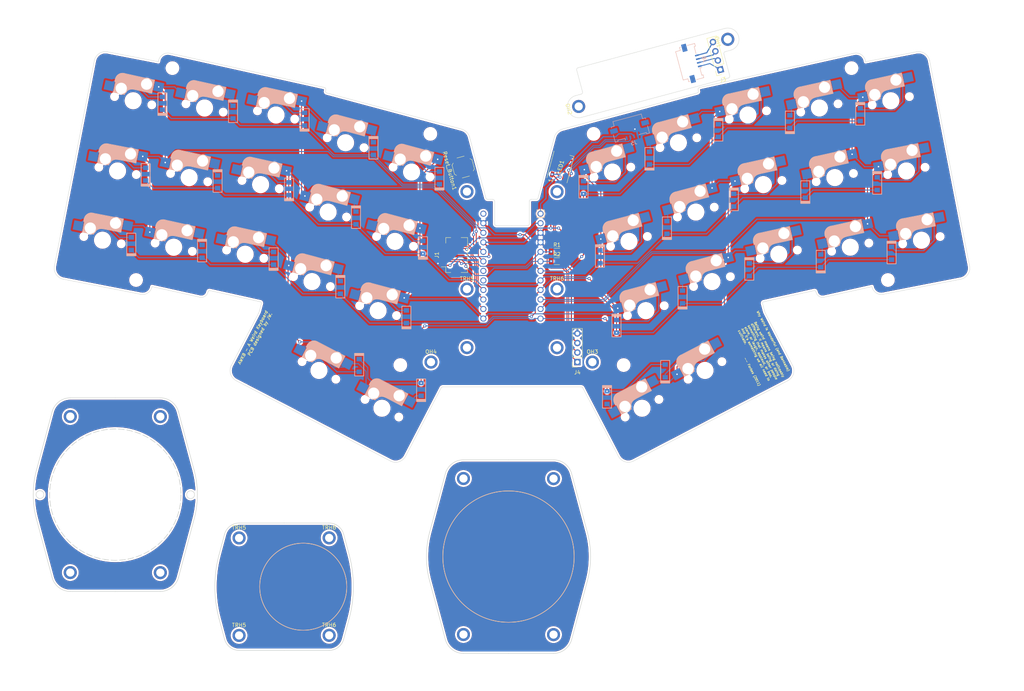
<source format=kicad_pcb>
(kicad_pcb (version 20240108) (generator "pcbnew") (generator_version "8.0")
  (layers (0 "F.Cu" signal) (31 "B.Cu" signal) (34 "B.Paste" user) (35 "F.Paste" user) (36 "B.SilkS" user "B.Silkscreen") (37 "F.SilkS" user "F.Silkscreen") (38 "B.Mask" user) (39 "F.Mask" user) (44 "Edge.Cuts" user))
  (net 0 "")
  (net 1 "row0")
  (net 2 "row1")
  (net 3 "row2")
  (net 4 "row3")
  (net 5 "VCC")
  (net 6 "GND")
  (net 7 "MISO")
  (net 8 "NCS")
  (net 9 "SCL")
  (net 10 "SDA")
  (net 11 "RST")
  (net 12 "col0")
  (net 13 "col1")
  (net 14 "col2")
  (net 15 "col3")
  (net 16 "col4")
  (net 17 "MOSI")
  (net 18 "SCLK")
  (net 21 "LED")
  (net 25 "Net-(D6-K)")
  (net 26 "Net-(D7-A)")
  (net 27 "Net-(D8-K)")
  (net 28 "Net-(D9-A)")
  (net 29 "Net-(D10-K)")
  (net 30 "Net-(D16-K)")
  (net 31 "Net-(D17-A)")
  (net 32 "Net-(D18-K)")
  (net 33 "Net-(D19-A)")
  (net 34 "Net-(D20-K)")
  (net 35 "Net-(D26-K)")
  (net 36 "Net-(D27-A)")
  (net 37 "Net-(D28-K)")
  (net 38 "Net-(D29-A)")
  (net 39 "Net-(D30-K)")
  (net 40 "Net-(D33-A)")
  (net 41 "Net-(D34-K)")
  (net 42 "Net-(D1-A)")
  (net 43 "Net-(D2-K)")
  (net 44 "Net-(D3-A)")
  (net 45 "Net-(D4-K)")
  (net 46 "Net-(D5-A)")
  (net 47 "Net-(D11-A)")
  (net 48 "Net-(D12-K)")
  (net 49 "Net-(D13-A)")
  (net 50 "Net-(D14-K)")
  (net 51 "Net-(D15-A)")
  (net 52 "Net-(D21-A)")
  (net 53 "Net-(D22-K)")
  (net 54 "Net-(D23-A)")
  (net 55 "Net-(D24-K)")
  (net 56 "Net-(D25-A)")
  (net 57 "Net-(D31-A)")
  (net 58 "Net-(D32-K)")
  (net 63 "GND_conn")
  (net 64 "SCL_conn")
  (net 65 "VCC_conn")
  (net 66 "SDA_conn")
  (footprint "jw_custom_image:square_1" (layer "F.Cu") (at 82.324694 111.531495)
    (property "Reference" "H1" (hide yes))
    (property "Value" "MountingHole_Pad" (hide yes))
  )
  (footprint "jw_custom_footprints:CherryMX_Hotswap_single_side" (layer "F.Cu") (at 115.346806 121.920781 -27.5)
    (property "Reference" "SW32")
    (property "Value" "SW32" (hide yes))
  )
  (footprint "MountingHole:MountingHole_2.2mm_M2_ISO7380_Pad" (layer "F.Cu") (at 167.770768 41.507695 105)
    (property "Reference" "OH2")
    (property "Value" "OLED cover")
  )
  (footprint "jw_custom_footprints:CherryMX_Hotswap_single_side" (layer "F.Cu") (at 255.092167 58.682972 11)
    (property "Reference" "SW20")
    (property "Value" "SW20" (hide yes))
  )
  (footprint "jw_custom_footprints:CherryMX_Hotswap_single_side" (layer "F.Cu") (at 203.29311 88.173093 15)
    (property "Reference" "SW27")
    (property "Value" "SW27" (hide yes))
  )
  (footprint "Connector_FFC-FPC:Hirose_FH12-12S-0.5SH_1x12-1MP_P0.50mm_Horizontal" (layer "F.Cu") (at 133.667 81.0944 90)
    (property "Reference" "J1")
    (property "Value" "Conn_01x12_Socket")
  )
  (footprint "MountingHole:MountingHole_2.2mm_M2_ISO7380_Pad" (layer "F.Cu") (at 171.426679 109.617081)
    (property "Reference" "OH3")
    (property "Value" "OLED cover")
  )
  (footprint "jw_custom_footprints:CherryMX_Hotswap_single_side" (layer "F.Cu") (at 176.759887 58.98642 15)
    (property "Reference" "SW6")
    (property "Value" "SW6" (hide yes))
  )
  (footprint "jw_custom_footprints:CherryMX_Hotswap_single_side" (layer "F.Cu") (at 118.828399 77.456683 -15)
    (property "Reference" "SW15")
    (property "Value" "SW15" (hide yes))
  )
  (footprint "jw_custom_footprints:CherryMX_Hotswap_single_side" (layer "F.Cu") (at 83.02485 62.32582 -12.5)
    (property "Reference" "SW13")
    (property "Value" "SW13" (hide yes))
  )
  (footprint "MountingHole:MountingHole_2.2mm_M2_ISO7380_Pad" (layer "F.Cu") (at 138.000124 90.162334)
    (property "Reference" "TRH5")
    (property "Value" "Trackpad")
  )
  (footprint "MountingHole:MountingHole_3.2mm_M3" (layer "F.Cu") (at 128.250066 48.815518)
    (property "Reference" "TH2")
    (property "Value" "Spacing plate")
  )
  (footprint "jw_custom_footprints:CherryMX_Hotswap_single_side" (layer "F.Cu") (at 114.326735 95.912768 -15)
    (property "Reference" "SW25")
    (property "Value" "SW25" (hide yes))
  )
  (footprint "MountingHole:MountingHole_3.2mm_M3" (layer "F.Cu") (at 120.249066 110.410518)
    (property "Reference" "TH7")
    (property "Value" "Spacing plate")
  )
  (footprint "Button_Switch_SMD:SW_SPST_TL3342" (layer "F.Cu") (at 137.00797 57.643389 105)
    (property "Reference" "Reset_Button1")
    (property "Value" "SW_RST")
  )
  (footprint "Connector_PinSocket_2.54mm:PinSocket_1x04_P2.54mm_Vertical" (layer "F.Cu") (at 205.519079 31.703648 -165)
    (property "Reference" "J3")
    (property "Value" "OLED")
  )
  (footprint "jw_custom_footprints:CherryMX_Hotswap_single_side" (layer "F.Cu") (at 194.335582 51.170618 15)
    (property "Reference" "SW7")
    (property "Value" "SW7" (hide yes))
  )
  (footprint "jw_custom_footprints:CherryMX_Hotswap_single_side" (layer "F.Cu") (at 96.70689 88.173093 -15)
    (property "Reference" "SW24")
    (property "Value" "SW24" (hide yes))
  )
  (footprint "jw_custom_footprints:CherryMX_Hotswap_single_side" (layer "F.Cu") (at 231.90982 41.910236 12.5)
    (property "Reference" "SW9")
    (property "Value" "SW9" (hide yes))
  )
  (footprint "jw_custom_footprints:CherryMX_Hotswap_single_side" (layer "F.Cu") (at 184.653194 121.920781 27.5)
    (property "Reference" "SW33")
    (property "Value" "SW33" (hide yes))
  )
  (footprint "MountingHole:MountingHole_2.2mm_M2_ISO7380_Pad" (layer "F.Cu") (at 77.2832 182.4592)
    (property "Reference" "TRH5")
    (property "Value" "Trackpad")
  )
  (footprint "MountingHole:MountingHole_2.2mm_M2_ISO7380_Pad" (layer "F.Cu") (at 32.3028 124.12894)
    (property "Reference" "TRH1")
    (property "Value" "Trackpad")
  )
  (footprint "jw_custom_footprints:CherryMX_Hotswap_single_side" (layer "F.Cu") (at 216.97515 62.32582 12.5)
    (property "Reference" "SW18")
    (property "Value" "SW18" (hide yes))
  )
  (footprint "jw_custom_footprints:CherryMX_Hotswap_single_side" (layer "F.Cu") (at 185.673265 95.912768 15)
    (property "Reference" "SW26")
    (property "Value" "SW26" (hide yes))
  )
  (footprint "jw_custom_footprints:CherryMX_Hotswap_single_side" (layer "F.Cu") (at 87.137194 43.776236 -12.5)
    (property "Reference" "SW3")
    (property "Value" "SW3" (hide yes))
  )
  (footprint "MountingHole:MountingHole_2.2mm_M2_ISO7380_Pad" (layer "F.Cu") (at 161.999961 90.135622)
    (property "Reference" "TRH6")
    (property "Value" "Trackpad")
  )
  (footprint "jw_custom_footprints:CherryMX_Hotswap_single_side" (layer "F.Cu") (at 240.134352 79.008703 12.5)
    (property "Reference" "SW29")
    (property "Value" "SW29" (hide yes))
  )
  (footprint "MountingHole:MountingHole_3.2mm_M3" (layer "F.Cu") (at 179.750934 110.410518)
    (property "Reference" "TH6")
    (property "Value" "Spacing plate")
  )
  (footprint "MountingHole:MountingHole_2.2mm_M2_ISO7380_Pad" (layer "F.Cu") (at 137.07008 140.64123)
    (property "Reference" "TRH1")
    (property "Value" "Trackpad")
  )
  (footprint "jw_custom_footprints:CherryMX_Hotswap_single_side" (layer "F.Cu") (at 44.907833 58.682972 -11)
    (property "Reference" "SW11")
    (property "Value" "SW11" (hide yes))
  )
  (footprint "jw_custom_footprints:CherryMX_Hotswap_single_side" (layer "F.Cu") (at 250.936256 39.983518 12.5)
    (property "Reference" "SW10")
    (property "Value" "SW10" (hide yes))
  )
  (footprint "MountingHole:MountingHole_2.2mm_M2_ISO7380_Pad" (layer "F.Cu") (at 161.07008 182.23669)
    (property "Reference" "TRH3")
    (property "Value" "Trackpad")
  )
  (footprint "MountingHole:MountingHole_3.2mm_M3" (layer "F.Cu") (at 49.838167 87.750857)
    (property "Reference" "TH8")
    (property "Value" "Spacing plate")
  )
  (footprint "jw_custom_footprints:CherryMX_Hotswap_single_side" (layer "F.Cu") (at 123.240113 58.98642 -15)
    (property "Reference" "SW5")
    (property "Value" "SW5" (hide yes))
  )
  (footprint "MountingHole:MountingHole_2.2mm_M2_ISO7380_Pad" (layer "F.Cu") (at 161.07008 140.66747)
    (property "Reference" "TRH2")
    (property "Value" "Trackpad")
  )
  (footprint "MountingHole:MountingHole_2.2mm_M2_ISO7380_Pad" (layer "F.Cu") (at 77.283037 156.485923)
    (property "Reference" "TRH5")
    (property "Value" "Trackpad")
  )
  (footprint "jw_custom_footprints:CherryMX_Hotswap_single_side" (layer "F.Cu") (at 40.901273 77.142234 -11)
    (property "Reference" "SW21")
    (property "Value" "SW21" (hide yes))
  )
  (footprint "jw_custom_footprints:CherryMX_Hotswap_single_side" (layer "F.Cu") (at 221.087546 80.87564 12.5)
    (property "Reference" "SW28")
    (property "Value" "SW28" (hide yes))
  )
  (footprint "Resistor_SMD:R_1206_3216Metric_Pad1.30x1.75mm_HandSolder" (layer "F.Cu") (at 161.9668 82.7388)
    (property "Reference" "R2")
    (property "Value" "4.7k")
  )
  (footprint "MountingHole:MountingHole_2.2mm_M2_ISO7380_Pad" (layer "F.Cu") (at 101.283037 182.432488)
    (property "Reference" "TRH6")
    (property "Value" "Trackpad")
  )
  (footprint "MountingHole:MountingHole_3.2mm_M3" (layer "F.Cu") (at 171.749934 48.815518)
    (property "Reference" "TH3")
    (property "Value" "Spacing plate")
  )
  (footprint "jw_custom_footprints:CherryMX_Hotswap_single_side" (layer "F.Cu") (at 105.664418 51.170618 -15)
    (property "Reference" "SW4")
    (property "Value" "SW4" (hide yes))
  )
  (footprint "MountingHole:MountingHole_2.2mm_M2_ISO7380_Pad" (layer "F.Cu") (at 162 105.78461)
    (property "Reference" "TRH3")
    (property "Value" "Trackpad")
  )
  (footprint "LED_SMD:LED_WS2812B_PLCC4_5.0x5.0mm_P3.2mm" (layer "F.Cu") (at 162.932 57.6436 75)
    (property "Reference" "LED1")
    (property "Value" "WS2812B")
  )
  (footprint "jw_custom_footprints:CherryMX_Hotswap_single_side" (layer "F.Cu") (at 212.862806 43.776236 12.5)
    (property "Reference" "SW8")
    (property "Value" "SW8" (hide yes))
  )
  (footprint "MountingHole:MountingHole_2.2mm_M2_ISO7380_Pad" (layer "F.Cu") (at 207.493844 23.616996 105)
    (property "Reference" "OH1")
    (property "Value" "OLED cover")
  )
  (footprint "Connector_PinSocket_2.54mm:PinSocket_1x04_P2.54mm_Vertical" (layer "F.Cu") (at 167.426223 109.617081 180)
    (property "Reference" "J4")
    (property "Value" "OLED")
  )
  (footprint "jw_custom_footprints:CherryMX_Hotswap_single_side" (layer "F.Cu") (at 236.022085 60.459471 12.5)
    (property "Reference" "SW19")
    (property "Value" "SW19" (hide yes))
  )
  (footprint "jw_custom_footprints:CherryMX_Hotswap_single_side" (layer "F.Cu") (at 201.430147 111.847994 27.5)
    (property "Reference" "SW34")
    (property "Value" "SW34" (hide yes))
  )
  (footprint "jw_custom_footprints:CherryMX_Hotswap_single_side" (layer "F.Cu") (at 198.99108 69.651679 15)
    (property "Reference" "SW17")
    (property "Value" "SW17" (hide yes))
  )
  (footprint "MountingHole:MountingHole_3.2mm_M3" (layer "F.Cu") (at 250.161833 87.750857)
    (property "Reference" "TH5")
    (property "Value" "Spacing plate")
  )
  (footprint "MountingHole:MountingHole_2.2mm_M2_ISO7380_Pad" (layer "F.Cu") (at 162 64.21539)
    (property "Reference" "TRH2")
    (property "Value" "Trackpad")
  )
  (footprint "MountingHole:MountingHole_2.2mm_M2_ISO7380_Pad" (layer "F.Cu") (at 101.282874 156.459211)
    (property "Reference" "TRH6")
    (property "Value" "Trackpad")
  )
  (footprint "MountingHole:MountingHole_2.2mm_M2_ISO7380_Pad" (layer "F.Cu") (at 137.07008 182.21045)
    (property "Reference" "TRH4")
    (property "Value" "Trackpad")
  )
  (footprint "jw_custom_footprints:CherryMX_Hotswap_single_side" (layer "F.Cu") (at 68.09018 41.910236 -12.5)
    (property "Reference" "SW2")
    (property "Value" "SW2" (hide yes))
  )
  (footprint "jw_custom_footprints:CherryMX_Hotswap_single_side" (layer "F.Cu") (at 59.865648 79.008703 -12.5)
    (property "Reference" "SW22")
    (property "Value" "SW22" (hide yes))
  )
  (footprint "jw_custom_footprints:CherryMX_Hotswap_single_side" (layer "F.Cu") (at 49.063744 39.983518 -12.5)
    (property "Reference" "SW1")
    (property "Value" "SW1" (hide yes))
  )
  (footprint "MountingHole:MountingHole_2.2mm_M2_ISO7380_Pad" (layer "F.Cu") (at 56.3028 124.15518)
    (property "Reference" "TRH2")
    (property "Value" "Trackpad")
  )
  (footprint "MountingHole:MountingHole_2.2mm_M2_ISO7380_Pad" (layer "F.Cu") (at 56.3028 165.7244)
    (property "Reference" "TRH3")
    (property "Value" "Trackpad")
  )
  (footprint "jw_custom_footprints:CherryMX_Hotswap_single_side" (layer "F.Cu") (at 78.912454 80.87564 -12.5)
    (property "Reference" "SW23")
    (property "Value" "SW23" (hide yes))
  )
  (footprint "MountingHole:MountingHole_3.2mm_M3" (layer "F.Cu") (at 59.525928 31.292947)
    (property "Reference" "TH1")
    (property "Value" "Spacing plate")
  )
  (footprint "jw_custom_footprints:CherryMX_Hotswap_single_side" (layer "F.Cu") (at 101.00892 69.651679 -15)
    (property "Reference" "SW14")
    (property "Value" "SW14" (hide yes))
  )
  (footprint "MountingHole:MountingHole_2.2mm_M2_ISO7380_Pad" (layer "F.Cu") (at 128.42668 109.617081)
    (property "Reference" "OH4")
    (property "Value" "OLED cover")
  )
  (footprint "MountingHole:MountingHole_2.2mm_M2_ISO7380_Pad" (layer "F.Cu") (at 138 105.75837)
    (property "Reference" "TRH4")
    (property "Value" "Trackpad")
  )
  (footprint "jw_custom_footprints:CherryMX_Hotswap_single_side" (layer "F.Cu") (at 98.569853 111.847994 -27.5)
    (property "Reference" "SW31")
    (property "Value" "SW31" (hide yes))
  )
  (footprint "jw_custom_footprints:CherryMX_Hotswap_single_side" (layer "F.Cu") (at 259.098727 77.142234 11)
    (property "Reference" "SW30")
    (property "Value" "SW30" (hide yes))
  )
  (footprint "jw_custom_footprints:CherryMX_Hotswap_single_side" (layer "F.Cu") (at 181.171601 77.456683 15)
    (property "Reference" "SW16")
    (property "Value" "SW16" (hide yes))
  )
  (footprint "MountingHole:MountingHole_2.2mm_M2_ISO7380_Pad" (layer "F.Cu") (at 138 64.18915)
    (property "Reference" "TRH1")
    (property "Value" "Trackpad")
  )
  (footprint "MountingHole:MountingHole_3.2mm_M3" (layer "F.Cu") (at 240.474072 31.292947)
    (property "Reference" "TH4")
    (property "Value" "Spacing plate")
  )
  (footprint "Resistor_SMD:R_1206_3216Metric_Pad1.30x1.75mm_HandSolder" (layer "F.Cu") (at 161.9928 80.1988)
    (property "Reference" "R1")
    (property "Value" "4.7k")
  )
  (footprint "MountingHole:MountingHole_2.2mm_M2_ISO7380_Pad" (layer "F.Cu") (at 32.3028 165.69816)
    (property "Reference" "TRH4")
    (property "Value" "Trackpad")
  )
  (footprint "jw_custom_footprints:CherryMX_Hotswap_single_side" (layer "F.Cu") (at 63.977915 60.459471 -12.5)
    (property "Reference" "SW12")
    (property "Value" "SW12" (hide yes))
  )
  (footprint "jw_custom_footprints:Diode_SOD123_SMD" (layer "B.Cu") (at 108.430433 71.205772 -90)
    (property "Reference" "D14")
    (property "Value" "Diode")
  )
  (footprint "jw_custom_footprints:Diode_SOD123_SMD" (layer "B.Cu") (at 75.66727 43.008792 -90)
    (property "Reference" "D2")
    (property "Value" "Diode")
  )
  (footprint "jw_custom_footprints:ProMicro_1.1mm_hole_only" (layer "B.Cu") (at 150.000004 82.779253 180)
    (property "Reference" "U1" (hide yes))
    (property "Value" "ProMicro" (hide yes))
  )
  (footprint "Connector_FFC-FPC:Molex_200528-0040_1x04-1MP_P1.00mm_Horizontal" (layer "B.Cu") (at 181.782934 48.688518 15)
    (property "Reference" "J5")
    (property "Value" "Conn_01x04_Socket")
  )
  (footprint "Connector_FFC-FPC:Molex_200528-0040_1x04-1MP_P1.00mm_Horizontal" (layer "B.Cu") (at 198.76356 29.579734 105)
    (property "Reference" "J6")
    (property "Value" "Conn_01x04_Socket")
  )
  (footprint "jw_custom_footprints:Diode_SOD123_SMD" (layer "B.Cu") (at 113.081732 52.72884 -90)
    (property "Reference" "D4")
    (property "Value" "Diode")
  )
  (footprint "jw_custom_footprints:Diode_SOD123_SMD" (layer "B.Cu") (at 186.627819 55.27231 90)
    (property "Reference" "D7")
    (property "Value" "Diode")
  )
  (footprint "jw_custom_footprints:Diode_SOD123_SMD" (layer "B.Cu") (at 71.560808 61.570744 -90)
    (property "Reference" "D12")
    (property "Value" "Diode")
  )
  (footprint "jw_custom_footprints:Diode_SOD123_SMD" (layer "B.Cu") (at 242.797151 43.68667 -90)
    (property "Reference" "D10")
    (property "Value" "Diode")
  )
  (footprint "jw_custom_footprints:Diode_SOD123_SMD" (layer "B.Cu") (at 130.661022 60.55469 90)
    (property "Reference" "D5")
    (property "Value" "Diode")
  )
  (footprint "jw_custom_footprints:Diode_SOD123_SMD" (layer "B.Cu") (at 209.100979 66.4688 -90)
    (property "Reference" "D18")
    (property "Value" "Diode")
  )
  (footprint "jw_custom_footprints:Diode_SOD123_SMD" (layer "B.Cu") (at 173.446069 81.564013 -90)
    (property "Reference" "D16")
    (property "Value" "Diode")
  )
  (footprint "jw_custom_footprints:Diode_SOD123_SMD" (layer "B.Cu") (at 126.263482 79.020543 90)
    (property "Reference" "D15")
    (property "Value" "Diode")
  )
  (footprint "jw_custom_footprints:Diode_SOD123_SMD" (layer "B.Cu") (at 56.8616 40.6656 90)
    (property "Reference" "D1")
    (property "Value" "Diode")
  )
  (footprint "jw_custom_footprints:Diode_SOD123_SMD" (layer "B.Cu") (at 121.860257 97.543639 90)
    (property "Reference" "D25")
    (property "Value" "Diode")
  )
  (footprint "jw_custom_footprints:Diode_SOD123_SMD" (layer "B.Cu") (at 177.849294 100.087109 -90)
    (property "Reference" "D26")
    (property "Value" "Diode")
  )
  (footprint "jw_custom_footprints:Diode_SOD123_SMD" (layer "B.Cu") (at 169.048529 63.09816 -90)
    (property "Reference" "D6")
    (property "Value" "Diode")
  )
  (footprint "jw_custom_footprints:Diode_SOD123_SMD" (layer "B.Cu") (at 90.608572 63.433101 90)
    (property "Reference" "D13")
    (property "Value" "Diode")
  )
  (footprint "jw_custom_footprints:Diode_SOD123_SMD" (layer "B.Cu") (at 104.255999 89.728229 -90)
    (property "Reference" "D24")
    (property "Value" "Diode")
  )
  (footprint "jw_custom_footprints:Diode_SOD123_SMD" (layer "B.Cu") (at 247.305698 62.085509 -90)
    (property "Reference" "D20")
    (property "Value" "Diode")
  )
  (footprint "jw_custom_footprints:Diode_SOD123_SMD" (layer "B.Cu") (at 204.969079 47.932126 -90)
    (property "Reference" "D8")
    (property "Value" "Diode")
  )
  (footprint "jw_custom_footprints:Diode_SOD123_SMD" (layer "B.Cu") (at 125.7972 116.91 90)
    (property "Reference" "D32")
    (property "Value" "Diode")
  )
  (footprint "jw_custom_footprints:Diode_SOD123_SMD" (layer "B.Cu") (at 232.271726 82.650499 90)
    (property "Reference" "D29")
    (property "Value" "Diode")
  )
  (footprint "jw_custom_footprints:Diode_SOD123_SMD" (layer "B.Cu") (at 251.146986 80.627509 -90)
    (property "Reference" "D30")
    (property "Value" "Diode")
  )
  (footprint "jw_custom_footprints:Diode_SOD123_SMD" (layer "B.Cu") (at 190.819669 111.974309 90)
    (property "Reference" "D34")
    (property "Value" "Diode")
  )
  (footprint "jw_custom_footprints:Diode_SOD123_SMD" (layer "B.Cu") (at 48.562565 78.084039 90)
    (property "Reference" "D21")
    (property "Value" "Diode")
  )
  (footprint "jw_custom_footprints:Diode_SOD123_SMD" (layer "B.Cu") (at 191.279118 73.749242 90)
    (property "Reference" "D17")
    (property "Value" "Diode")
  )
  (footprint "jw_custom_footprints:Diode_SOD123_SMD" (layer "B.Cu") (at 94.740472 44.896427 90)
    (property "Reference" "D3")
    (property "Value" "Diode")
  )
  (footprint "jw_custom_footprints:Diode_SOD123_SMD" (layer "B.Cu") (at 228.148743 64.114214 90)
    (property "Reference" "D19")
    (property "Value" "Diode")
  )
  (footprint "jw_custom_footprints:Diode_SOD123_SMD" (layer "B.Cu") (at 213.22392 85.006048 -90)
    (property "Reference" "D28")
    (property "Value" "Diode")
  )
  (footprint "jw_custom_footprints:Diode_SOD123_SMD" (layer "B.Cu") (at 52.403853 59.542039 90)
    (property "Reference" "D11")
    (property "Value" "Diode")
  )
  (footprint "jw_custom_footprints:Diode_SOD123_SMD" (layer "B.Cu") (at 195.453552 92.271699 90)
    (property "Reference" "D27")
    (property "Value" "Diode")
  )
  (footprint "jw_custom_footprints:Diode_SOD123_SMD" (layer "B.Cu") (at 175.325669 119.086309 -90)
    (property "Reference" "D33")
    (property "Value" "Diode")
  )
  (footprint "jw_custom_footprints:Diode_SOD123_SMD" (layer "B.Cu") (at 109.2872 110.5124 -90)
    (property "Reference" "D31")
    (property "Value" "Diode")
  )
  (footprint "jw_custom_footprints:Diode_SOD123_SMD" (layer "B.Cu") (at 67.437825 80.107029 -90)
    (property "Reference" "D22")
    (property "Value" "Diode")
  )
  (footprint "jw_custom_footprints:Diode_SOD123_SMD" (layer "B.Cu") (at 86.485631 81.970349 90)
    (property "Reference" "D23")
    (property "Value" "Diode")
  )
  (footprint "jw_custom_footprints:Diode_SOD123_SMD" (layer "B.Cu") (at 224.042281 45.552262 90)
    (property "Reference" "D9")
    (property "Value" "Diode")
  )
  (gr_circle (center 94.376913 169.472573) (end 105.976913 169.472573) (stroke (width 0.15)) (fill none) (layer "B.SilkS"))
  (gr_circle (center 149.07008 161.45208) (end 166.57008 161.45208) (stroke (width 0.15)) (fill none) (layer "B.SilkS"))
  (gr_circle (center 149.07008 161.45208) (end 166.57008 161.45208) (stroke (width 0.15)) (fill none) (layer "F.SilkS"))
  (gr_circle (center 94.376913 169.472573) (end 105.976913 169.472573) (stroke (width 0.15)) (fill none) (layer "F.SilkS"))
  (gr_line (start 155.1248 66.266753) (end 156.469541 66.266753) (stroke (width 0.1)) (layer "Edge.Cuts"))
  (gr_arc (start 248.875544 91.557709) (mid 247.000499 91.176288) (end 245.944454 89.580663) (stroke (width 0.1)) (layer "Edge.Cuts"))
  (gr_arc (start 23.290899 151.410266) (mid 22.439047 144.93979) (end 23.290899 138.469314) (stroke (width 0.15)) (layer "Edge.Cuts"))
  (gr_arc (start 131.136116 116.495126) (mid 131.320235 116.298545) (end 131.579621 116.226) (stroke (width 0.1)) (layer "Edge.Cuts"))
  (gr_line (start 241.155535 27.33154) (end 199.974037 36.461258) (stroke (width 0.1)) (layer "Edge.Cuts"))
  (gr_line (start 89.283009 152.511697) (end 101.282912 152.511697) (stroke (width 0.15)) (layer "Edge.Cuts"))
  (gr_arc (start 76.496836 114.56881) (mid 75.020905 112.809902) (end 75.22105 110.522531) (stroke (width 0.1)) (layer "Edge.Cuts"))
  (gr_line (start 230.986257 90.868125) (end 231.008121 90.966748) (stroke (width 0.1)) (layer "Edge.Cuts"))
  (gr_arc (start 69.013743 90.868125) (mid 69.189379 90.617397) (end 69.490838 90.564182) (stroke (width 0.1)) (layer "Edge.Cuts"))
  (gr_line (start 28.081801 84.02252) (end 38.713665 29.326322) (stroke (width 0.1)) (layer "Edge.Cuts"))
  (gr_arc (start 54.055546 89.580663) (mid 52.999473 91.176261) (end 51.124456 91.557709) (stroke (width 0.1)) (layer "Edge.Cuts"))
  (gr_line (start 161.3004 49.669603) (end 156.952503 65.896162) (stroke (width 0.1)) (layer "Edge.Cuts"))
  (gr_arc (start 167.243837 31.813762) (mid 167.293799 31.434374) (end 167.59739 31.201389) (stroke (width 0.1)) (layer "Edge.Cuts"))
  (gr_arc (start 101.282912 152.511697) (mid 103.717933 153.3383) (end 105.146615 155.476421) (stroke (width 0.15)) (layer "Edge.Cuts"))
  (gr_line (start 121.660597 134.697428) (end 131.136116 116.495126) (stroke (width 0.1)) (layer "Edge.Cuts"))
  (gr_arc (start 224.77895 110.522531) (mid 224.979091 112.8099) (end 223.503164 114.56881) (stroke (width 0.1)) (layer "Edge.Cuts"))
  (gr_line (start 150 116.226) (end 131.579621 116.226) (stroke (width 0.1)) (layer "Edge.Cuts"))
  (gr_arc (start 217.529386 96.59625) (mid 217.394392 96.298319) (end 217.29264 95.987461) (stroke (width 0.1)) (layer "Edge.Cuts"))
  (gr_arc (start 100.608703 37.910267) (mid 100.370258 37.731396) (end 100.321712 37.437321) (stroke (width 0.1)) (layer "Edge.Cuts"))
  (gr_line (start 44.30277 119.155179) (end 56.3028 119.15518) (stroke (width 0.15)) (layer "Edge.Cuts"))
  (gr_arc (start 71.957942 178.012728) (mid 70.833493 169.471697) (end 71.957942 160.930666) (stroke (width 0.15)) (layer "Edge.Cuts"))
  (gr_line (start 165.899709 183.530785) (end 170.081921 167.922556) (stroke (width 0.15)) (layer "Edge.Cuts"))
  (gr_line (start 82.70736 95.987461) (end 83.229817 94.037625) (stroke (width 0.1)) (layer "Edge.Cuts"))
  (gr_line (start 136.57828 47.548284) (end 100.608703 37.910267) (stroke (width 0.1)) (layer "Edge.Cuts"))
  (gr_line (start 233.155044 92.334491) (end 245.929263 89.502515) (stroke (width 0.1)) (layer "Edge.Cuts"))
  (gr_arc (start 128.058179 167.922556) (mid 127.206327 161.45208) (end 128.058179 154.981604) (stroke (width 0.15)) (layer "Edge.Cuts"))
  (gr_line (start 32.30274 119.15518) (end 44.30277 119.155179) (stroke (width 0.15)) (layer "Edge.Cuts"))
  (gr_line (start 166.994303 38.609919) (end 168.443197 38.221688) (stroke (width 0.1)) (layer "Edge.Cuts"))
  (gr_arc (start 27.473111 122.861085) (mid 29.25893 120.188396) (end 32.30274 119.15518) (stroke (width 0.15)) (layer "Edge.Cuts"))
  (gr_arc (start 233.155044 92.334491) (mid 231.798289 92.095288) (end 231.008121 90.966748) (stroke (width 0.1)) (layer "Edge.Cuts"))
  (gr_arc (start 73.419403 155.476421) (mid 74.848056 153.33828) (end 77.283106 152.511697) (stroke (width 0.15)) (layer "Edge.Cuts"))
  (gr_arc (start 61.132429 167.018495) (mid 59.346627 169.691212) (end 56.3028 170.7244) (stroke (width 0.15)) (layer "Edge.Cuts"))
  (gr_arc (start 65.314641 138.469314) (mid 66.166495 144.93979) (end 65.314641 151.410266) (stroke (width 0.15)) (layer "Edge.Cuts"))
  (gr_line (start 71.957942 160.930666) (end 73.419403 155.476421) (stroke (width 0.15)) (layer "Edge.Cuts"))
  (gr_line (start 224.77895 110.522531) (end 217.529386 96.59625) (stroke (width 0.1)) (layer "Edge.Cuts"))
  (gr_line (start 143.530459 66.266753) (end 144.8752 66.266753) (stroke (width 0.1)) (layer "Edge.Cuts"))
  (gr_line (start 245.929263 89.502515) (end 245.944454 89.580663) (stroke (width 0.1)) (layer "Edge.Cuts"))
  (gr_arc (start 38.713665 29.326322) (mid 39.980988 27.411663) (end 42.230974 26.953867) (stroke (width 0.1)) (layer "Edge.Cuts"))
  (gr_arc (start 56.3028 119.15518) (mid 59.346609 120.188412) (end 61.132429 122.861085) (stroke (width 0.15)) (layer "Edge.Cuts"))
  (gr_arc (start 105.146615 183.466973) (mid 103.717968 185.60512) (end 101.282912 186.431697) (stroke (width 0.15)) (layer "Edge.Cuts"))
  (gr_arc (start 100.025963 36.461258) (mid 100.339399 36.680784) (end 100.40589 37.057628) (stroke (width 0.1)) (layer "Edge.Cuts"))
  (gr_line (start 244.207969 29.58987) (end 244.150701 29.295255) (stroke (width 0.1)) (layer "Edge.Cuts"))
  (gr_line (start 23.290899 151.410266) (end 27.473111 167.018495) (stroke (width 0.15)) (layer "Edge.Cuts"))
  (gr_line (start 199.678288 37.437321) (end 199.59411 37.057628) (stroke (width 0.1)) (layer "Edge.Cuts"))
  (gr_line (start 168.547217 44.405474) (end 207.66722 33.9233) (stroke (width 0.1)) (layer "Edge.Cuts"))
  (gr_line (start 154.6248 66.766753) (end 154.6248 72.766753) (stroke (width 0.1)) (layer "Edge.Cuts"))
  (gr_arc (start 77.283106 186.431697) (mid 74.848038 185.605125) (end 73.419403 183.466973) (stroke (width 0.15)) (layer "Edge.Cuts"))
  (gr_line (start 23.290899 138.469314) (end 27.473111 122.861085) (stroke (width 0.15)) (layer "Edge.Cuts"))
  (gr_line (start 182.385682 135.973214) (end 223.503164 114.56881) (stroke (width 0.1)) (layer "Edge.Cuts"))
  (gr_line (start 165.899709 139.373375) (end 170.081921 154.981604) (stroke (width 0.15)) (layer "Edge.Cuts"))
  (gr_line (start 61.132429 167.018495) (end 65.314641 151.410266) (stroke (width 0.15)) (layer "Edge.Cuts"))
  (gr_line (start 149.07005 135.667469) (end 161.07008 135.66747) (stroke (width 0.15)) (layer "Edge.Cuts"))
  (gr_line (start 54.070737 89.502515) (end 66.844956 92.334491) (stroke (width 0.1)) (layer "Edge.Cuts"))
  (gr_line (start 208.270295 26.514774) (end 206.821412 26.903) (stroke (width 0.1)) (layer "Edge.Cuts"))
  (gr_line (start 32.30274 170.7244) (end 44.30277 170.724401) (stroke (width 0.15)) (layer "Edge.Cuts"))
  (gr_arc (start 154.6248 72.766753) (mid 154.478363 73.120324) (end 154.1248 73.266753) (stroke (width 0.1)) (layer "Edge.Cuts"))
  (gr_line (start 216.770183 94.037625) (end 217.29264 95.987461) (stroke (width 0.1)) (layer "Edge.Cuts"))
  (gr_line (start 261.286335 29.326322) (end 271.918199 84.02252) (stroke (width 0.1)) (layer "Edge.Cuts"))
  (gr_arc (start 241.155535 27.33154) (mid 243.067329 27.681625) (end 244.150701 29.295255) (stroke (width 0.1)) (layer "Edge.Cuts"))
  (gr_arc (start 170.081921 154.981604) (mid 170.933775 161.45208) (end 170.081921 167.922556) (stroke (width 0.15)) (layer "Edge.Cuts"))
  (gr_line (start 257.769026 26.953867) (end 244.207969 29.58987) (stroke (width 0.1)) (layer "Edge.Cuts"))
  (gr_circle (center 64.3728 144.95291) (end 63.3228 144.95291) (stroke (width 0.15)) (fill none) (layer "Edge.Cuts"))
  (gr_arc (start 182.385682 135.973214) (mid 180.098302 136.173357) (end 178.339403 134.697428) (stroke (width 0.1)) (layer "Edge.Cuts"))
  (gr_arc (start 216.770183 94.037625) (mid 216.814589 93.726581) (end 217.069976 93.543578) (stroke (width 0.1)) (layer "Edge.Cuts"))
  (gr_line (start 168.796751 37.609316) (end 167.243837 31.813762) (stroke (width 0.1)) (layer "Edge.Cuts"))
  (gr_arc (start 68.991879 90.966748) (mid 68.201693 92.09526) (end 66.844956 92.334491) (stroke (width 0.1)) (layer "Edge.Cuts"))
  (gr_arc (start 156.952503 65.896162) (mid 156.773935 66.163468) (end 156.469541 66.266753) (stroke (width 0.1)) (layer "Edge.Cuts"))
  (gr_arc (start 121.660597 134.697428) (mid 119.90167 136.173334) (end 117.614318 135.973214) (stroke (width 0.1)) (layer "Edge.Cuts"))
  (gr_arc (start 82.70736 95.987461) (mid 82.605612 96.298321) (end 82.470614 96.59625) (stroke (width 0.1)) (layer "Edge.Cuts"))
  (gr_line (start 77.283106 152.511697) (end 89.283009 152.511697) (stroke (width 0.15)) (layer "Edge.Cuts"))
  (gr_line (start 143.047497 65.896162) (end 138.6996 49.669603) (stroke (width 0.1)) (layer "Edge.Cuts"))
  (gr_arc (start 154.6248 66.766753) (mid 154.771256 66.413217) (end 155.1248 66.266753) (stroke (width 0.1)) (layer "Edge.Cuts"))
  (gr_line (start 55.849299 29.295255) (end 55.792031 29.58987) (stroke (width 0.1)) (layer "Edge.Cuts"))
  (gr_line (start 206.46786 27.515373) (end 208.020774 33.310928) (stroke (width 0.1)) (layer "Edge.Cuts"))
  (gr_arc (start 55.849299 29.295255) (mid 56.932619 27.681547) (end 58.844465 27.33154) (stroke (width 0.1)) (layer "Edge.Cuts"))
  (gr_arc (start 30.454256 87.539829) (mid 28.539544 86.272543) (end 28.081801 84.02252) (stroke (width 0.1)) (layer "Edge.Cuts"))
  (gr_arc (start 32.30274 170.7244) (mid 29.258938 169.691153) (end 27.473111 167.018495) (stroke (width 0.15)) (layer "Edge.Cuts"))
  (gr_arc (start 168.796751 37.609316) (mid 168.746774 37.988702) (end 168.443197 38.221688) (stroke (width 0.1)) (layer "Edge.Cuts"))
  (gr_arc (start 230.509162 90.564182) (mid 230.810696 90.617313) (end 230.986257 90.868125) (stroke (width 0.1)) (layer "Edge.Cuts"))
  (gr_arc (start 208.020774 33.310928) (mid 207.970844 33.69037) (end 207.66722 33.9233) (stroke (width 0.1)) (layer "Edge.Cuts"))
  (gr_arc (start 257.769026 26.953867) (mid 260.01901 27.41166) (end 261.286335 29.326322) (stroke (width 0.1)) (layer "Edge.Cuts"))
  (gr_line (start 77.283106 186.431697) (end 89.283009 186.431697) (stroke (width 0.15)) (layer "Edge.Cuts"))
  (gr_arc (start 136.57828 47.548284) (mid 137.923144 48.324742) (end 138.6996 49.669603) (stroke (width 0.1)) (layer "Edge.Cuts"))
  (gr_arc (start 143.530459 66.266753) (mid 143.226109 66.16341) (end 143.047497 65.896162) (stroke (width 0.1)) (layer "Edge.Cuts"))
  (gr_line (start 44.30277 170.724401) (end 56.3028 170.7244) (stroke (width 0.15)) (layer "Edge.Cuts"))
  (gr_line (start 100.40589 37.057628) (end 100.321712 37.437321) (stroke (width 0.1)) (layer "Edge.Cuts"))
  (gr_line (start 145.3752 72.766753) (end 145.3752 66.766753) (stroke (width 0.1)) (layer "Edge.Cuts"))
  (gr_arc (start 106.608076 160.930666) (mid 107.732523 169.471697) (end 106.608076 178.012728) (stroke (width 0.15)) (layer "Edge.Cuts"))
  (gr_arc (start 144.8752 66.266753) (mid 145.228763 66.413198) (end 145.3752 66.766753) (stroke (width 0.1)) (layer "Edge.Cuts"))
  (gr_arc (start 206.71738 20.71922) (mid 210.391609 22.840521) (end 208.270295 26.514774) (stroke (width 0.1)) (layer "Edge.Cuts"))
  (gr_line (start 89.283009 186.431697) (end 101.282912 186.431697) (stroke (width 0.15)) (layer "Edge.Cuts"))
  (gr_line (start 149.07005 187.236691) (end 161.07008 187.23669) (stroke (width 0.15)) (layer "Edge.Cuts"))
  (gr_line (start 68.991879 90.966748) (end 69.013743 90.868125) (stroke (width 0.1)) (layer "Edge.Cuts"))
  (gr_line (start 55.792031 29.58987) (end 42.230974 26.953867) (stroke (width 0.1)) (layer "Edge.Cuts"))
  (gr_line (start 128.058179 154.981604) (end 132.240391 139.373375) (stroke (width 0.15)) (layer "Edge.Cuts"))
  (gr_circle (center 44.3028 144.93979) (end 61.8028 144.93979) (stroke (width 0.15) (type dash)) (fill none) (layer "Edge.Cuts"))
  (gr_line (start 76.496836 114.56881) (end 117.614318 135.973214) (stroke (width 0.1)) (layer "Edge.Cuts"))
  (gr_line (start 54.055546 89.580663) (end 54.070737 89.502515) (stroke (width 0.1)) (layer "Edge.Cuts"))
  (gr_arc (start 168.420379 116.226) (mid 168.679774 116.298536) (end 168.863884 116.495126) (stroke (width 0.1)) (layer "Edge.Cuts"))
  (gr_line (start 137.07002 135.66747) (end 149.07005 135.667469) (stroke (width 0.15)) (layer "Edge.Cuts"))
  (gr_line (start 150 73.266753) (end 154.1248 73.266753) (stroke (width 0.1)) (layer "Edge.Cuts"))
  (gr_line (start 137.07002 187.23669) (end 149.07005 187.236691) (stroke (width 0.15)) (layer "Edge.Cuts"))
  (gr_arc (start 199.59411 37.057628) (mid 199.660557 36.680745) (end 199.974037 36.461258) (stroke (width 0.1)) (layer "Edge.Cuts"))
  (gr_arc (start 168.547217 44.405474) (mid 164.872949 42.284137) (end 166.994303 38.609919) (stroke (width 0.1)) (layer "Edge.Cuts"))
  (gr_arc (start 161.3004 49.669603) (mid 162.076857 48.32474) (end 163.42172 47.548284) (stroke (width 0.1)) (layer "Edge.Cuts"))
  (gr_line (start 178.339403 134.697428) (end 168.863884 116.495126) (stroke (width 0.1)) (layer "Edge.Cuts"))
  (gr_line (start 199.391297 37.910267) (end 163.42172 47.548284) (stroke (width 0.1)) (layer "Edge.Cuts"))
  (gr_line (start 71.957942 178.012728) (end 73.419403 183.466973) (stroke (width 0.15)) (layer "Edge.Cuts"))
  (gr_arc (start 271.918199 84.02252) (mid 271.460453 86.272541) (end 269.545744 87.539829) (stroke (width 0.1)) (layer "Edge.Cuts"))
  (gr_arc (start 161.07008 135.66747) (mid 164.113889 136.700702) (end 165.899709 139.373375) (stroke (width 0.15)) (layer "Edge.Cuts"))
  (gr_arc (start 82.930024 93.543578) (mid 83.185448 93.726578) (end 83.229817 94.037625) (stroke (width 0.1)) (layer "Edge.Cuts"))
  (gr_line (start 145.8752 73.266753) (end 150 73.266753) (stroke (width 0.1)) (layer "Edge.Cuts"))
  (gr_arc (start 132.240391 139.373375) (mid 134.02621 136.700686) (end 137.07002 135.66747) (stroke (width 0.15)) (layer "Edge.Cuts"))
  (gr_line (start 105.146615 155.476421) (end 106.608076 160.930666) (stroke (width 0.15)) (layer "Edge.Cuts"))
  (gr_line (start 69.490838 90.564182) (end 82.930024 93.543578) (stroke (width 0.1)) (layer "Edge.Cuts"))
  (gr_line (start 30.454256 87.539829) (end 51.124456 91.557709) (stroke (width 0.1)) (layer "Edge.Cuts"))
  (gr_line (start 82.470614 96.59625) (end 75.22105 110.522531) (stroke (width 0.1)) (layer "Edge.Cuts"))
  (gr_line (start 217.069976 93.543578) (end 230.509162 90.564182) (stroke (width 0.1)) (layer "Edge.Cuts"))
  (gr_line (start 61.132429 122.861085) (end 65.314641 138.469314) (stroke (width 0.15)) (layer "Edge.Cuts"))
  (gr_line (start 100.025963 36.461258) (end 58.844465 27.33154) (stroke (width 0.1)) (layer "Edge.Cuts"))
  (gr_line (start 105.146615 183.466973) (end 106.608076 178.012728) (stroke (width 0.15)) (layer "Edge.Cuts"))
  (gr_line (start 248.875544 91.557709) (end 269.545744 87.539829) (stroke (width 0.1)) (layer "Edge.Cuts"))
  (gr_arc (start 137.07002 187.23669) (mid 134.026218 186.203443) (end 132.240391 183.530785) (stroke (width 0.15)) (layer "Edge.Cuts"))
  (gr_arc (start 165.899709 183.530785) (mid 164.113907 186.203502) (end 161.07008 187.23669) (stroke (width 0.15)) (layer "Edge.Cuts"))
  (gr_line (start 206.71738 20.71922) (end 167.59739 31.201389) (stroke (width 0.1)) (layer "Edge.Cuts"))
  (gr_line (start 150 116.226) (end 168.420379 116.226) (stroke (width 0.1)) (layer "Edge.Cuts"))
  (gr_line (start 128.058179 167.922556) (end 132.240391 183.530785) (stroke (width 0.15)) (layer "Edge.Cuts"))
  (gr_arc (start 145.8752 73.266753) (mid 145.521656 73.120305) (end 145.3752 72.766753) (stroke (width 0.1)) (layer "Edge.Cuts"))
  (gr_circle (center 24.2328 144.92667) (end 25.2828 144.92667) (stroke (width 0.15)) (fill none) (layer "Edge.Cuts"))
  (gr_arc (start 206.46786 27.515373) (mid 206.517816 27.135983) (end 206.821412 26.903) (stroke (width 0.1)) (layer "Edge.Cuts"))
  (gr_arc (start 199.678288 37.437321) (mid 199.629735 37.731402) (end 199.391297 37.910267) (stroke (width 0.1)) (layer "Edge.Cuts"))
  (gr_text "Why Weird is Wonderful (and Bankable)\n\n	Being weird means being noticeably \n	different. It means being or doing \n	something that makes other people \n	stare, or laugh, applaud, or boo. \n	And it's something we all need to \n	cultivate.\n\n				-- Forbes (2011)" (at 211.512678 97.916015 -62.5) (layer "F.SilkS") (effects (font (size 0.6 0.6) (thickness 0.125) (bold yes) (italic yes)) (justify left)))
  (gr_text "AWKB - A Weird Keyboard\nPCB designed by JW." (at 85.2588 96.1868 62.5) (layer "F.SilkS") (effects (font (size 0.8 0.8) (thickness 0.15) (italic yes)) (justify right)))
  (segment (start 153.4324 75.6776) (end 156.2264 78.4716) (width 0.25) (layer "F.Cu") (net 1))
  (segment (start 169.048529 81.027871) (end 169.048529 64.79816) (width 0.25) (layer "F.Cu") (net 1))
  (segment (start 156.2264 78.4716) (end 156.2264 83.93815) (width 0.25) (layer "F.Cu") (net 1))
  (segment (start 152.1624 75.6776) (end 153.4324 75.6776) (width 0.25) (layer "F.Cu") (net 1))
  (segment (start 156.2264 83.93815) (end 157.610003 85.321753) (width 0.25) (layer "F.Cu") (net 1))
  (segment (start 168.5708 81.5056) (end 169.048529 81.027871) (width 0.25) (layer "F.Cu") (net 1))
  (via (at 169.048529 64.79816) (size 0.8) (drill 0.4) (layers "F.Cu" "B.Cu") (net 1))
  (via (at 168.5708 81.5056) (size 0.8) (drill 0.4) (layers "F.Cu" "B.Cu") (net 1))
  (via (at 152.1624 75.6776) (size 0.8) (drill 0.4) (layers "F.Cu" "B.Cu") (net 1))
  (segment (start 224.042281 47.252262) (end 207.348943 47.252262) (width 0.25) (layer "B.Cu") (net 1))
  (segment (start 141.342 73.8488) (end 143.5264 73.8488) (width 0.25) (layer "B.Cu") (net 1))
  (segment (start 56.8616 42.3656) (end 59.204792 44.708792) (width 0.25) (layer "B.Cu") (net 1))
  (segment (start 120.907582 62.25469) (end 130.661022 62.25469) (width 0.25) (layer "B.Cu") (net 1))
  (segment (start 164.754647 85.321753) (end 168.5708 81.5056) (width 0.25) (layer "B.Cu") (net 1))
  (segment (start 77.554905 46.596427) (end 94.740472 46.596427) (width 0.25) (layer "B.Cu") (net 1))
  (segment (start 75.66727 44.708792) (end 77.554905 46.596427) (width 0.25) (layer "B.Cu") (net 1))
  (segment (start 204.969079 49.632126) (end 204.47685 49.632126) (width 0.25) (layer "B.Cu") (net 1))
  (segment (start 102.572885 54.42884) (end 113.081732 54.42884) (width 0.25) (layer "B.Cu") (net 1))
  (segment (start 242.797151 45.38667) (end 225.907873 45.38667) (width 0.25) (layer "B.Cu") (net 1))
  (segment (start 157.610003 85.321753) (end 164.754647 85.321753) (width 0.25) (layer "B.Cu") (net 1))
  (segment (start 130.661022 62.25469) (end 130.661022 63.167822) (width 0.25) (layer "B.Cu") (net 1))
  (segment (start 225.907873 45.38667) (end 224.042281 47.252262) (width 0.25) (layer "B.Cu") (net 1))
  (segment (start 207.348943 47.252262) (end 204.969079 49.632126) (width 0.25) (layer "B.Cu") (net 1))
  (segment (start 169.048529 64.79816) (end 178.801969 64.79816) (width 0.25) (layer "B.Cu") (net 1))
  (segment (start 94.740472 46.596427) (end 102.572885 54.42884) (width 0.25) (layer "B.Cu") (net 1))
  (segment (start 197.136666 56.97231) (end 186.627819 56.97231) (width 0.25) (layer "B.Cu") (net 1))
  (segment (start 130.661022 63.167822) (end 141.342 73.8488) (width 0.25) (layer "B.Cu") (net 1))
  (segment (start 204.47685 49.632126) (end 197.136666 56.97231) (width 0.25) (layer "B.Cu") (net 1))
  (segment (start 178.801969 64.79816) (end 186.627819 56.97231) (width 0.25) (layer "B.Cu") (net 1))
  (segment (start 143.5264 73.8488) (end 145.3552 75.6776) (width 0.25) (layer "B.Cu") (net 1))
  (segment (start 113.081732 54.42884) (end 120.907582 62.25469) (width 0.25) (layer "B.Cu") (net 1))
  (segment (start 59.204792 44.708792) (end 75.66727 44.708792) (width 0.25) (layer "B.Cu") (net 1))
  (segment (start 145.3552 75.6776) (end 152.1624 75.6776) (width 0.25) (layer "B.Cu") (net 1))
  (via (at 126.263482 80.720543) (size 0.8) (drill 0.4) (layers "F.Cu" "B.Cu") (net 2))
  (segment (start 108.430433 72.927233) (end 116.223743 80.720543) (width 0.25) (layer "B.Cu") (net 2))
  (segment (start 183.464347 83.264013) (end 191.279118 75.449242) (width 0.25) (layer "B.Cu") (net 2))
  (segment (start 211.455565 65.814214) (end 209.100979 68.1688) (width 0.25) (layer "B.Cu") (net 2))
  (segment (start 158.566957 86.9048) (end 169.805282 86.9048) (width 0.25) (layer "B.Cu") (net 2))
  (segment (start 52.403853 61.242039) (end 54.432558 63.270744) (width 0.25) (layer "B.Cu") (net 2))
  (segment (start 247.305698 63.785509) (end 230.177448 63.785509) (width 0.25) (layer "B.Cu") (net 2))
  (segment (start 90.608572 65.133101) (end 98.381243 72.905772) (width 0.25) (layer "B.Cu") (net 2))
  (segment (start 108.430433 72.905772) (end 108.430433 72.927233) (width 0.25) (layer "B.Cu") (net 2))
  (segment (start 169.805282 86.9048) (end 173.446069 83.264013) (width 0.25) (layer "B.Cu") (net 2))
  (segment (start 141.7484 89.038) (end 156.433757 89.038) (width 0.25) (layer "B.Cu") (net 2))
  (segment (start 157.610004 87.861753) (end 158.566957 86.9048) (width 0.25) (layer "B.Cu") (net 2))
  (segment (start 201.820537 75.449242) (end 191.279118 75.449242) (width 0.25) (layer "B.Cu") (net 2))
  (segment (start 133.246139 87.7032) (end 140.4136 87.7032) (width 0.25) (layer "B.Cu") (net 2))
  (segment (start 73.423165 65.133101) (end 90.608572 65.133101) (width 0.25) (layer "B.Cu") (net 2))
  (segment (start 116.223743 80.720543) (end 126.263482 80.720543) (width 0.25) (layer "B.Cu") (net 2))
  (segment (start 156.433757 89.038) (end 157.610004 87.861753) (width 0.25) (layer "B.Cu") (net 2))
  (segment (start 209.100979 68.1688) (end 201.820537 75.449242) (width 0.25) (layer "B.Cu") (net 2))
  (segment (start 54.432558 63.270744) (end 71.560808 63.270744) (width 0.25) (layer "B.Cu") (net 2))
  (segment (start 133.246139 87.7032) (end 126.263482 80.720543) (width 0.25) (layer "B.Cu") (net 2))
  (segment (start 228.148743 65.814214) (end 211.455565 65.814214) (width 0.25) (layer "B.Cu") (net 2))
  (segment (start 98.381243 72.905772) (end 108.430433 72.905772) (width 0.25) (layer "B.Cu") (net 2))
  (segment (start 71.560808 63.270744) (end 73.423165 65.133101) (width 0.25) (layer "B.Cu") (net 2))
  (segment (start 140.4136 87.7032) (end 141.7484 89.038) (width 0.25) (layer "B.Cu") (net 2))
  (segment (start 230.177448 63.785509) (end 228.148743 65.814214) (width 0.25) (layer "B.Cu") (net 2))
  (segment (start 173.446069 83.264013) (end 183.464347 83.264013) (width 0.25) (layer "B.Cu") (net 2))
  (segment (start 170.552 87.3548) (end 172.457 89.2598) (width 0.25) (layer "F.Cu") (net 3))
  (segment (start 172.457 89.2598) (end 172.457 90.8528) (width 0.25) (layer "F.Cu") (net 3))
  (segment (start 177.849294 96.245094) (end 177.849294 101.787109) (width 0.25) (layer "F.Cu") (net 3))
  (segment (start 156.2264 91.785357) (end 157.610004 90.401753) (width 0.25) (layer "F.Cu") (net 3))
  (segment (start 156.2264 96.4686) (end 156.2264 91.785357) (width 0.25) (layer "F.Cu") (net 3))
  (segment (start 155.2104 97.4846) (end 156.2264 96.4686) (width 0.25) (layer "F.Cu") (net 3))
  (segment (start 172.457 90.8528) (end 177.849294 96.245094) (width 0.25) (layer "F.Cu") (net 3))
  (via (at 155.2104 97.4846) (size 0.8) (drill 0.4) (layers "F.Cu" "B.Cu") (net 3))
  (via (at 170.552 87.3548) (size 0.8) (drill 0.4) (layers "F.Cu" "B.Cu") (net 3))
  (via (at 177.849294 101.787109) (size 0.8) (drill 0.4) (layers "F.Cu" "B.Cu") (net 3))
  (segment (start 205.958269 93.971699) (end 195.453552 93.971699) (width 0.25) (layer "B.Cu") (net 3))
  (segment (start 69.643549 83.670349) (end 86.485631 83.670349) (width 0.25) (layer "B.Cu") (net 3))
  (segment (start 94.243511 91.428229) (end 104.255999 91.428229) (width 0.25) (layer "B.Cu") (net 3))
  (segment (start 155.2104 97.4846) (end 144.935 97.4846) (width 0.25) (layer "B.Cu") (net 3))
  (segment (start 160.656957 87.3548) (end 157.610004 90.401753) (width 0.25) (layer "B.Cu") (net 3))
  (segment (start 48.562565 79.784039) (end 50.585555 81.807029) (width 0.25) (layer "B.Cu") (net 3))
  (segment (start 50.585555 81.807029) (end 67.437825 81.807029) (width 0.25) (layer "B.Cu") (net 3))
  (segment (start 86.485631 83.670349) (end 94.243511 91.428229) (width 0.25) (layer "B.Cu") (net 3))
  (segment (start 215.579469 84.350499) (end 213.22392 86.706048) (width 0.25) (layer "B.Cu") (net 3))
  (segment (start 144.935 97.4846) (end 143.175961 99.243639) (width 0.25) (layer "B.Cu") (net 3))
  (segment (start 234.294716 82.327509) (end 232.271726 84.350499) (width 0.25) (layer "B.Cu") (net 3))
  (segment (start 143.175961 99.243639) (end 121.860257 99.243639) (width 0.25) (layer "B.Cu") (net 3))
  (segment (start 187.638142 101.787109) (end 177.849294 101.787109) (width 0.25) (layer "B.Cu") (net 3))
  (segment (start 104.255999 91.428229) (end 112.071409 99.243639) (width 0.25) (layer "B.Cu") (net 3))
  (segment (start 232.271726 84.350499) (end 215.579469 84.350499) (width 0.25) (layer "B.Cu") (net 3))
  (segment (start 195.453552 93.971699) (end 187.638142 101.787109) (width 0.25) (layer "B.Cu") (net 3))
  (segment (start 67.780229 81.807029) (end 69.643549 83.670349) (width 0.25) (layer "B.Cu") (net 3))
  (segment (start 170.552 87.3548) (end 160.656957 87.3548) (width 0.25) (layer "B.Cu") (net 3))
  (segment (start 251.146986 82.327509) (end 234.294716 82.327509) (width 0.25) (layer "B.Cu") (net 3))
  (segment (start 112.071409 99.243639) (end 121.860257 99.243639) (width 0.25) (layer "B.Cu") (net 3))
  (segment (start 213.22392 86.706048) (end 205.958269 93.971699) (width 0.25) (layer "B.Cu") (net 3))
  (segment (start 67.437825 81.807029) (end 67.780229 81.807029) (width 0.25) (layer "B.Cu") (net 3))
  (segment (start 125.797199 100.93384) (end 125.797199 115.21) (width 0.25) (layer "F.Cu") (net 4))
  (segment (start 175.325668 98.586868) (end 175.325668 117.386309) (width 0.25) (layer "F.Cu") (net 4))
  (segment (start 126.7624 99.968639) (end 125.797199 100.93384) (width 0.25) (layer "F.Cu") (net 4))
  (segment (start 174.7684 98.0296) (end 175.325668 98.586868) (width 0.25) (layer "F.Cu") (net 4))
  (via (at 175.325668 117.386309) (size 0.8) (drill 0.4) (layers "F.Cu" "B.Cu") (net 4))
  (via (at 174.7684 98.0296) (size 0.8) (drill 0.4) (layers "F.Cu" "B.Cu") (net 4))
  (via (at 126.7624 99.968639) (size 0.8) (drill 0.4) (layers "F.Cu" "B.Cu") (net 4))
  (via (at 125.797199 115.21) (size 0.8) (drill 0.4) (layers "F.Cu" "B.Cu") (net 4))
  (segment (start 155.764705 98.2096) (end 154.706895 98.2096) (width 0.25) (layer "B.Cu") (net 4))
  (segment (start 143.087357 99.968639) (end 126.7624 99.968639) (width 0.25) (layer "B.Cu") (net 4))
  (segment (start 111.566 113.9088) (end 111.566 111.091201) (width 0.25) (layer "B.Cu") (net 4))
  (segment (start 112.8672 115.21) (end 111.566 113.9088) (width 0.25) (layer "B.Cu") (net 4))
  (segment (start 111.566 111.091201) (end 109.287199 108.8124) (width 0.25) (layer "B.Cu") (net 4))
  (segment (start 157.610004 98.021753) (end 155.952552 98.021753) (width 0.25) (layer "B.Cu") (net 4))
  (segment (start 174.760553 98.021753) (end 157.610004 98.021753) (width 0.25) (layer "B.Cu") (net 4))
  (segment (start 125.797199 115.21) (end 112.8672 115.21) (width 0.25) (layer "B.Cu") (net 4))
  (segment (start 154.706895 98.2096) (end 154.431895 97.9346) (width 0.25) (layer "B.Cu") (net 4))
  (segment (start 190.819668 110.274309) (end 187.071491 110.274309) (width 0.25) (layer "B.Cu") (net 4))
  (segment (start 174.7684 98.0296) (end 174.760553 98.021753) (width 0.25) (layer "B.Cu") (net 4))
  (segment (start 179.959491 117.386309) (end 175.325668 117.386309) (width 0.25) (layer "B.Cu") (net 4))
  (segment (start 145.121396 97.9346) (end 143.087357 99.968639) (width 0.25) (layer "B.Cu") (net 4))
  (segment (start 187.071491 110.274309) (end 179.959491 117.386309) (width 0.25) (layer "B.Cu") (net 4))
  (segment (start 155.952552 98.021753) (end 155.764705 98.2096) (width 0.25) (layer "B.Cu") (net 4))
  (segment (start 154.431895 97.9346) (end 145.121396 97.9346) (width 0.25) (layer "B.Cu") (net 4))
  (segment (start 165.8276 85.0496) (end 165.8276 102.938457) (width 0.3) (layer "F.Cu") (net 5))
  (segment (start 143.8312 79.162949) (end 142.370004 77.701753) (width 0.3) (layer "F.Cu") (net 5))
  (segment (start 163.5168 75.009553) (end 163.5168 82.7388) (width 0.3) (layer "F.Cu") (net 5))
  (segment (start 160.3346 73.916753) (end 160.3346 69.7152) (width 0.3) (layer "F.Cu") (net 5))
  (segment (start 160.3346 69.7152) (end 164.329 65.7208) (width 0.3) (layer "F.Cu") (net 5))
  (segment (start 163.5168 82.7388) (end 165.8276 85.0496) (width 0.3) (layer "F.Cu") (net 5))
  (segment (start 165.8276 102.938457) (end 167.426224 104.537081) (width 0.3) (layer "F.Cu") (net 5))
  (segment (start 164.329 65.7208) (end 164.329 63.207952) (width 0.3) (layer "F.Cu") (net 5))
  (segment (start 162.424 73.916753) (end 163.5168 75.009553) (width 0.3) (layer "F.Cu") (net 5))
  (segment (start 133.468 83.8444) (end 131.817 83.8444) (width 0.3) (layer "F.Cu") (net 5))
  (segment (start 164.329 63.207952) (end 160.704115 59.583067) (width 0.3) (layer "F.Cu") (net 5))
  (segment (start 143.8312 81.5196) (end 143.8312 79.162949) (width 0.3) (layer "F.Cu") (net 5))
  (via (at 160.704115 59.583067) (size 0.8) (drill 0.4) (layers "F.Cu" "B.Cu") (net 5))
  (via (at 133.468 83.8444) (size 0.8) (drill 0.4) (layers "F.Cu" "B.Cu") (net 5))
  (via (at 143.8312 81.5196) (size 0.8) (drill 0.4) (layers "F.Cu" "B.Cu") (net 5))
  (via (at 160.3346 73.916753) (size 0.8) (drill 0.4) (layers "F.Cu" "B.Cu") (net 5))
  (via (at 162.424 73.916753) (size 0.8) (drill 0.4) (layers "F.Cu" "B.Cu") (net 5))
  (segment (start 172.8012 51.0764) (end 174.3112 49.5664) (width 0.3) (layer "B.Cu") (net 5))
  (segment (start 177.670365 49.5664) (end 178.424572 48.812193) (width 0.3) (layer "B.Cu") (net 5))
  (segment (start 156.971247 73.916753) (end 153.186247 77.701753) (width 0.3) (layer "B.Cu") (net 5))
  (segment (start 160.704115 59.583067) (end 162.770533 59.583067) (width 0.3) (layer "B.Cu") (net 5))
  (segment (start 143.8312 81.5196) (end 135.7928 81.5196) (width 0.3) (layer "B.Cu") (net 5))
  (segment (start 178.424572 48.812193) (end 181.875514 48.812193) (width 0.3) (layer "B.Cu") (net 5))
  (segment (start 160.3346 73.916753) (end 156.971247 73.916753) (width 0.3) (layer "B.Cu") (net 5))
  (segment (start 135.7928 81.5196) (end 133.468 83.8444) (width 0.3) (layer "B.Cu") (net 5))
  (segment (start 162.424 73.916753) (end 160.3346 73.916753) (width 0.3) (layer "B.Cu") (net 5))
  (segment (start 162.770533 59.583067) (end 171.2772 51.0764) (width 0.3) (layer "B.Cu") (net 5))
  (segment (start 174.3112 49.5664) (end 177.670365 49.5664) (width 0.3) (layer "B.Cu") (net 5))
  (segment (start 153.186247 77.701753) (end 142.370004 77.701753) (width 0.3) (layer "B.Cu") (net 5))
  (segment (start 181.875514 48.812193) (end 182.501422 49.438101) (width 0.3) (layer "B.Cu") (net 5))
  (segment (start 171.2772 51.0764) (end 172.8012 51.0764) (width 0.3) (layer "B.Cu") (net 5))
  (segment (start 130.2776 83.3444) (end 131.817 83.3444) (width 0.3) (layer "F.Cu") (net 6))
  (via (at 182.744 47.5458) (size 0.8) (drill 0.4) (layers "F.Cu" "B.Cu") (net 6))
  (via (at 130.2776 83.3444) (size 0.8) (drill 0.4) (layers "F.Cu" "B.Cu") (net 6))
  (segment (start 183.467348 49.179282) (end 183.467348 48.269148) (width 0.3) (layer "B.Cu") (net 6))
  (segment (start 183.467348 48.269148) (end 182.744 47.5458) (width 0.3) (layer "B.Cu") (net 6))
  (segment (start 141.03 91.601749) (end 142.370004 92.941753) (width 0.25) (layer "F.Cu") (net 7))
  (segment (start 131.817 78.8444) (end 138.233604 78.8444) (width 0.25) (layer "F.Cu") (net 7))
  (segment (start 140.525124 89.193269) (end 141.03 89.698145) (width 0.25) (layer "F.Cu") (net 7))
  (segment (start 138.233604 78.8444) (end 139.114 79.724796) (width 0.25) (layer "F.Cu") (net 7))
  (segment (start 139.114 79.724796) (end 139.114 81.401196) (width 0.25) (layer "F.Cu") (net 7))
  (segment (start 140.525124 82.81232) (end 140.525124 89.193269) (width 0.25) (layer "F.Cu") (net 7))
  (segment (start 141.03 89.698145) (end 141.03 91.601749) (width 0.25) (layer "F.Cu") (net 7))
  (segment (start 139.114 81.401196) (end 140.525124 82.81232) (width 0.25) (layer "F.Cu") (net 7))
  (segment (start 137.708298 79.3444) (end 131.817 79.3444) (width 0.25) (layer "F.Cu") (net 8))
  (segment (start 137.935849 79.571951) (end 137.708298 79.3444) (width 0.25) (layer "F.Cu") (net 8))
  (via (at 137.935849 79.571951) (size 0.8) (drill 0.4) (layers "F.Cu" "B.Cu") (net 8))
  (segment (start 156.478634 72.621753) (end 152.559187 76.5412) (width 0.25) (layer "B.Cu") (net 8))
  (segment (start 152.559187 76.5412) (end 140.9666 76.5412) (width 0.25) (layer "B.Cu") (net 8))
  (segment (start 157.610004 72.621753) (end 156.478634 72.621753) (width 0.25) (layer "B.Cu") (net 8))
  (segment (start 140.9666 76.5412) (end 137.935849 79.571951) (width 0.25) (layer "B.Cu") (net 8))
  (segment (start 165.1092 85.600404) (end 165.1092 103.4072) (width 0.25) (layer "F.Cu") (net 9))
  (segment (start 165.541 66.161196) (end 161.5096 70.192596) (width 0.25) (layer "F.Cu") (net 9))
  (segment (start 161.5096 70.192596) (end 161.5096 81.646) (width 0.25) (layer "F.Cu") (net 9))
  (segment (start 165.541 59.658504) (end 165.541 66.161196) (width 0.25) (layer "F.Cu") (net 9))
  (segment (start 136.545495 82.3444) (end 131.817 82.3444) (width 0.25) (layer "F.Cu") (net 9))
  (segment (start 161.8464 84.1684) (end 163.677196 84.1684) (width 0.25) (layer "F.Cu") (net 9))
  (segment (start 161.5096 81.646) (end 160.4168 82.7388) (width 0.25) (layer "F.Cu") (net 9))
  (segment (start 165.1092 103.4072) (end 165.9292 104.2272) (width 0.25) (layer "F.Cu") (net 9))
  (segment (start 160.4168 82.7388) (end 161.8464 84.1684) (width 0.25) (layer "F.Cu") (net 9))
  (segment (start 165.9292 105.580058) (end 167.426222 107.07708) (width 0.25) (layer "F.Cu") (net 9))
  (segment (start 163.677196 84.1684) (end 165.1092 85.600404) (width 0.25) (layer "F.Cu") (net 9))
  (segment (start 165.9292 104.2272) (end 165.9292 105.580058) (width 0.25) (layer "F.Cu") (net 9))
  (segment (start 137.6982 84.094705) (end 137.6982 83.497105) (width 0.25) (layer "F.Cu") (net 9))
  (segment (start 165.816 59.383504) (end 165.541 59.658504) (width 0.25) (layer "F.Cu") (net 9))
  (segment (start 137.6982 83.497105) (end 136.545495 82.3444) (width 0.25) (layer "F.Cu") (net 9))
  (via (at 160.4168 82.7388) (size 0.8) (drill 0.4) (layers "F.Cu" "B.Cu") (net 9))
  (via (at 165.816 59.383504) (size 0.8) (drill 0.4) (layers "F.Cu" "B.Cu") (net 9))
  (via (at 137.6982 84.094705) (size 0.8) (drill 0.4) (layers "F.Cu" "B.Cu") (net 9))
  (segment (start 140.152295 86.5488) (end 143.2216 86.5488) (width 0.25) (layer "B.Cu") (net 9))
  (segment (start 171.797996 52.448) (end 173.386796 52.448) (width 0.25) (layer "B.Cu") (net 9))
  (segment (start 145.21 84.5604) (end 153.927753 84.5604) (width 0.25) (layer "B.Cu") (net 9))
  (segment (start 160.373847 82.781753) (end 160.4168 82.7388) (width 0.25) (layer "B.Cu") (net 9))
  (segment (start 137.6982 84.094705) (end 140.152295 86.5488) (width 0.25) (layer "B.Cu") (net 9))
  (segment (start 143.2216 86.5488) (end 145.21 84.5604) (width 0.25) (layer "B.Cu") (net 9))
  (segment (start 153.927753 84.5604) (end 155.7064 82.781753) (width 0.25) (layer "B.Cu") (net 9))
  (segment (start 165.816 59.383504) (end 165.816 58.429996) (width 0.25) (layer "B.Cu") (net 9))
  (segment (start 155.7064 82.781753) (end 157.610004 82.781753) (width 0.25) (layer "B.Cu") (net 9))
  (segment (start 181.093 50.8478) (end 181.535497 50.405303) (width 0.25) (layer "B.Cu") (net 9))
  (segment (start 165.816 58.429996) (end 171.797996 52.448) (width 0.25) (layer "B.Cu") (net 9))
  (segment (start 181.535497 50.405303) (end 181.535497 49.69692) (width 0.25) (layer "B.Cu") (net 9))
  (segment (start 157.610004 82.781753) (end 160.373847 82.781753) (width 0.25) (layer "B.Cu") (net 9))
  (segment (start 173.386796 52.448) (end 174.986996 50.8478) (width 0.25) (layer "B.Cu") (net 9))
  (segment (start 174.986996 50.8478) (end 181.093 50.8478) (width 0.25) (layer "B.Cu") (net 9))
  (segment (start 164.6592 103.593596) (end 165.4792 104.413596) (width 0.25) (layer "F.Cu") (net 10))
  (segment (start 165.4792 104.413596) (end 165.4792 107.670058) (width 0.25) (layer "F.Cu") (net 10))
  (segment (start 161.0596 79.582) (end 160.4428 80.1988) (width 0.25) (layer "F.Cu") (net 10))
  (segment (start 165.4792 107.670058) (end 167.426223 109.617081) (width 0.25) (layer "F.Cu") (net 10))
  (segment (start 160.4428 80.1988) (end 159.376 81.2656) (width 0.25) (layer "F.Cu") (net 10))
  (segment (start 159.376 81.2656) (end 159.376 83.6024) (width 0.25) (layer "F.Cu") (net 10))
  (segment (start 136.545495 83.369705) (end 136.02019 82.8444) (width 0.25) (layer "F.Cu") (net 10))
  (segment (start 136.02019 82.8444) (end 131.817 82.8444) (width 0.25) (layer "F.Cu") (net 10))
  (segment (start 161.0596 70.0062) (end 161.0596 79.582) (width 0.25) (layer "F.Cu") (net 10))
  (segment (start 164.6592 85.7868) (end 164.6592 103.593596) (width 0.25) (layer "F.Cu") (net 10))
  (segment (start 163.4908 84.6184) (end 164.6592 85.7868) (width 0.25) (layer "F.Cu") (net 10))
  (segment (start 165.091 65.9748) (end 161.0596 70.0062) (width 0.25) (layer "F.Cu") (net 10))
  (segment (start 165.091 58.4932) (end 165.091 65.9748) (width 0.25) (layer "F.Cu") (net 10))
  (segment (start 159.376 83.6024) (end 160.392 84.6184) (width 0.25) (layer "F.Cu") (net 10))
  (segment (start 160.392 84.6184) (end 163.4908 84.6184) (width 0.25) (layer "F.Cu") (net 10))
  (via (at 165.091 58.4932) (size 0.8) (drill 0.4) (layers "F.Cu" "B.Cu") (net 10))
  (via (at 136.545495 83.369705) (size 0.8) (drill 0.4) (layers "F.Cu" "B.Cu") (net 10))
  (via (at 160.4428 80.1988) (size 0.8) (drill 0.4) (layers "F.Cu" "B.Cu") (net 10))
  (segment (start 157.610004 80.241753) (end 160.399847 80.241753) (width 0.25) (layer "B.Cu") (net 10))
  (segment (start 136.545495 83.369705) (end 140.90281 83.369705) (width 0.25) (layer "B.Cu") (net 10))
  (segment (start 165.091 58.4932) (end 171.5862 51.998) (width 0.25) (layer "B.Cu") (net 10))
  (segment (start 171.5862 51.998) (end 173.2004 51.998) (width 0.25) (layer "B.Cu") (net 10))
  (segment (start 160.399847 80.241753) (end 160.4428 80.1988) (width 0.25) (layer "B.Cu") (net 10))
  (segment (start 140.90281 83.369705) (end 141.643505 84.1104) (width 0.25) (layer "B.Cu") (net 10))
  (segment (start 180.12751 50.3978) (end 180.569571 49.955739) (width 0.25) (layer "B.Cu") (net 10))
  (segment (start 153.741357 84.1104) (end 157.610004 80.241753) (width 0.25) (layer "B.Cu") (net 10))
  (segment (start 174.8006 50.3978) (end 180.12751 50.3978) (width 0.25) (layer "B.Cu") (net 10))
  (segment (start 141.643505 84.1104) (end 153.741357 84.1104) (width 0.25) (layer "B.Cu") (net 10))
  (segment (start 173.2004 51.998) (end 174.8006 50.3978) (width 0.25) (layer "B.Cu") (net 10))
  (segment (start 142.370004 75.161753) (end 140.9356 73.727349) (width 0.25) (layer "F.Cu") (net 11))
  (segment (start 140.9356 73.727349) (end 140.9356 61.471391) (width 0.25) (layer "F.Cu") (net 11))
  (segment (start 139.658509 60.1943) (end 138.027949 58.56374) (width 0.25) (layer "F.Cu") (net 11))
  (segment (start 140.9356 61.471391) (end 139.658509 60.1943) (width 0.25) (layer "F.Cu") (net 11))
  (segment (start 138.027949 58.56374) (end 138.027949 54.108967) (width 0.25) (layer "F.Cu") (net 11))
  (segment (start 53.498347 56.697549) (end 53.498347 74.995434) (width 0.25) (layer "F.Cu") (net 12))
  (segment (start 57.610614 56.446202) (end 57.610614 38.032209) (width 0.25) (layer "F.Cu") (net 12))
  (segment (start 140.4784 78.350149) (end 142.370004 80.241753) (width 0.25) (layer "F.Cu") (net 12))
  (segment (start 140.4784 74.814) (end 140.4784 78.350149) (width 0.25) (layer "F.Cu") (net 12))
  (segment (start 51.61181 54.811012) (end 53.498347 56.697549) (width 0.25) (layer "F.Cu") (net 12))
  (segment (start 57.610614 38.032209) (end 55.866779 36.288374) (width 0.25) (layer "F.Cu") (net 12))
  (via (at 51.61181 54.811012) (size 0.8) (drill 0.4) (layers "F.Cu" "B.Cu") (net 12))
  (via (at 55.866779 36.288374) (size 0.8) (drill 0.4) (layers "F.Cu" "B.Cu") (net 12))
  (via (at 53.498347 74.995434) (size 0.8) (drill 0.4) (layers "F.Cu" "B.Cu") (net 12))
  (via (at 57.610614 56.446202) (size 0.8) (drill 0.4) (layers "F.Cu" "B.Cu") (net 12))
  (via (at 140.4784 74.814) (size 0.8) (drill 0.4) (layers "F.Cu" "B.Cu") (net 12))
  (segment (start 112.056732 55.35384) (end 112.056732 54.87884) (width 0.25) (layer "B.Cu") (net 12))
  (segment (start 51.773187 73.270274) (end 53.498347 74.995434) (width 0.25) (layer "B.Cu") (net 12))
  (segment (start 51.61181 54.811012) (end 55.975424 54.811012) (width 0.25) (layer "B.Cu") (net 12))
  (segment (start 140.4784 73.621596) (end 130.393204 63.5364) (width 0.25) (layer "B.Cu") (net 12))
  (segment (start 120.721186 62.70469) (end 113.370336 55.35384) (width 0.25) (layer "B.Cu") (net 12))
  (segment (start 60.542016 53.5148) (end 57.610614 56.446202) (width 0.25) (layer "B.Cu") (net 12))
  (segment (start 129.161022 62.70469) (end 120.721186 62.70469) (width 0.25) (layer "B.Cu") (net 12))
  (segment (start 55.866779 36.288374) (end 60.114286 36.288374) (width 0.25) (layer "B.Cu") (net 12))
  (segment (start 113.370336 55.35384) (end 112.056732 55.35384) (width 0.25) (layer "B.Cu") (net 12))
  (segment (start 47.60525 73.270274) (end 51.773187 73.270274) (width 0.25) (layer "B.Cu") (net 12))
  (segment (start 55.975424 54.811012) (end 57.610614 56.446202) (width 0.25) (layer "B.Cu") (net 12))
  (segment (start 140.4784 74.814) (end 140.4784 73.621596) (width 0.25) (layer "B.Cu") (net 12))
  (segment (start 101.022449 53.5148) (end 60.542016 53.5148) (width 0.25) (layer "B.Cu") (net 12))
  (segment (start 102.386489 54.87884) (end 101.022449 53.5148) (width 0.25) (layer "B.Cu") (net 12))
  (segment (start 129.992732 63.5364) (end 129.161022 62.70469) (width 0.25) (layer "B.Cu") (net 12))
  (segment (start 112.056732 54.87884) (end 102.386489 54.87884) (width 0.25) (layer "B.Cu") (net 12))
  (segment (start 60.114286 36.288374) (end 61.722879 37.896967) (width 0.25) (layer "B.Cu") (net 12))
  (segment (start 130.393204 63.5364) (end 129.992732 63.5364) (width 0.25) (layer "B.Cu") (net 12))
  (segment (start 89.9324 58.6456) (end 90.520704 59.233904) (width 0.25) (layer "F.Cu") (net 13))
  (segment (start 139.7534 75.6776) (end 139.7534 78.261545) (width 0.25) (layer "F.Cu") (net 13))
  (segment (start 93.94023 64.481989) (end 94.822734 65.364493) (width 0.25) (layer "F.Cu") (net 13))
  (segment (start 90.3388 84.067811) (end 90.520704 83.885907) (width 0.25) (layer "F.Cu") (net 13))
  (segment (start 141.0372 81.448949) (end 142.370004 82.781753) (width 0.25) (layer "F.Cu") (net 13))
  (segment (start 141.0372 79.545345) (end 141.0372 81.448949) (width 0.25) (layer "F.Cu") (net 13))
  (segment (start 139.7534 78.261545) (end 141.0372 79.545345) (width 0.25) (layer "F.Cu") (net 13))
  (segment (start 93.94023 40.081092) (end 93.94023 64.481989) (width 0.25) (layer "F.Cu") (net 13))
  (segment (start 93.445597 104.231266) (end 90.3388 101.124469) (width 0.25) (layer "F.Cu") (net 13))
  (segment (start 90.520704 59.233904) (end 90.520704 83.885907) (width 0.25) (layer "F.Cu") (net 13))
  (segment (start 90.3388 101.124469) (end 90.3388 84.067811) (width 0.25) (layer "F.Cu") (net 13))
  (via (at 93.445597 104.231266) (size 0.8) (drill 0.4) (layers "F.Cu" "B.Cu") (net 13))
  (via (at 89.9324 58.6456) (size 0.8) (drill 0.4) (layers "F.Cu" "B.Cu") (net 13))
  (via (at 94.822734 65.364493) (size 0.8) (drill 0.4) (layers "F.Cu" "B.Cu") (net 13))
  (via (at 93.94023 40.081092) (size 0.8) (drill 0.4) (layers "F.Cu" "B.Cu") (net 13))
  (via (at 139.7534 75.6776) (size 0.8) (drill 0.4) (layers "F.Cu" "B.Cu") (net 13))
  (via (at 90.520704 83.885907) (size 0.8) (drill 0.4) (layers "F.Cu" "B.Cu") (net 13))
  (segment (start 106.097453 110.039514) (end 109.064315 110.039514) (width 0.25) (layer "B.Cu") (net 13))
  (segment (start 128.974626 63.15469) (end 97.032537 63.15469) (width 0.25) (layer "B.Cu") (net 13))
  (segment (start 89.827886 58.630676) (end 89.917476 58.630676) (width 0.25) (layer "B.Cu") (net 13))
  (segment (start 130.206808 63.9864) (end 129.806336 63.9864) (width 0.25) (layer "B.Cu") (net 13))
  (segment (start 89.9324 58.6456) (end 94.822734 63.535934) (width 0.25) (layer "B.Cu") (net 13))
  (segment (start 139.7534 73.532992) (end 130.206808 63.9864) (width 0.25) (layer "B.Cu") (net 13))
  (segment (start 96.047862 104.231266) (end 102.782888 110.966292) (width 0.25) (layer "B.Cu") (net 13))
  (segment (start 102.782888 110.966292) (end 105.170675 110.966292) (width 0.25) (layer "B.Cu") (net 13))
  (segment (start 93.94023 40.081092) (end 99.478232 45.619094) (width 0.25) (layer "B.Cu") (net 13))
  (segment (start 111.116 115.51546) (end 110.235176 116.396284) (width 0.25) (layer "B.Cu") (net 13))
  (segment (start 90.520704 81.98571) (end 90.520704 83.885907) (width 0.25) (layer "B.Cu") (net 13))
  (segment (start 139.7534 75.6776) (end 139.7534 73.532992) (width 0.25) (layer "B.Cu") (net 13))
  (segment (start 85.71549 77.180496) (end 90.520704 81.98571) (width 0.25) (layer "B.Cu") (net 13))
  (segment (start 105.170675 110.966292) (end 106.097453 110.039514) (width 0.25) (layer "B.Cu") (net 13))
  (segment (start 99.478232 45.619094) (end 99.478232 46.883432) (width 0.25) (layer "B.Cu") (net 13))
  (segment (start 109.064315 110.039514) (end 111.116 112.091199) (width 0.25) (layer "B.Cu") (net 13))
  (segment (start 93.445597 104.231266) (end 96.047862 104.231266) (width 0.25) (layer "B.Cu") (net 13))
  (segment (start 94.822734 63.535934) (end 94.822734 65.364493) (width 0.25) (layer "B.Cu") (net 13))
  (segment (start 129.806336 63.9864) (end 128.974626 63.15469) (width 0.25) (layer "B.Cu") (net 13))
  (segment (start 111.116 112.091199) (end 111.116 115.51546) (width 0.25) (layer "B.Cu") (net 13))
  (segment (start 97.032537 63.15469) (end 94.822734 65.364493) (width 0.25) (layer "B.Cu") (net 13))
  (segment (start 89.917476 58.630676) (end 89.9324 58.6456) (width 0.25) (layer "B.Cu") (net 13))
  (segment (start 173.670614 90.791385) (end 178.172278 95.293049) (width 0.25) (layer "F.Cu") (net 14))
  (segment (start 169.282 59.8648) (end 173.670614 64.253414) (width 0.25) (layer "F.Cu") (net 14))
  (segment (start 125.467 88.33536) (end 121.284475 92.517885) (width 0.25) (layer "F.Cu") (net 14))
  (segment (start 169.282 58.3408) (end 169.282 59.8648) (width 0.25) (layer "F.Cu") (net 14))
  (segment (start 125.467 73.9364) (end 125.467 88.33536) (width 0.25) (layer "F.Cu") (net 14))
  (segment (start 125.467 73.9364) (end 125.467 60.32239) (width 0.25) (layer "F.Cu") (net 14))
  (segment (start 125.467 60.32239) (end 130.197853 55.591537) (width 0.25) (layer "F.Cu") (net 14))
  (segment (start 173.670614 76.836964) (end 173.670614 90.791385) (width 0.25) (layer "F.Cu") (net 14))
  (segment (start 173.670614 64.253414) (end 173.670614 76.836964) (width 0.25) (layer "F.Cu") (net 14))
  (via (at 173.670614 76.836964) (size 0.8) (drill 0.4) (layers "F.Cu" "B.Cu") (net 14))
  (via (at 178.172278 95.293049) (size 0.8) (drill 0.4) (layers "F.Cu" "B.Cu") (net 14))
  (via (at 125.467 73.9364) (size 0.8) (drill 0.4) (layers "F.Cu" "B.Cu") (net 14))
  (via (at 169.282 58.3408) (size 0.8) (drill 0.4) (layers "F.Cu" "B.Cu") (net 14))
  (via (at 121.284475 92.517885) (size 0.8) (drill 0.4) (layers "F.Cu" "B.Cu") (net 14))
  (via (at 130.197853 55.591537) (size 0.8) (drill 0.4) (layers "F.Cu" "B.Cu") (net 14))
  (segment (start 169.2589 58.3639) (end 169.282 58.3408) (width 0.25) (layer "B.Cu") (net 14))
  (segment (start 178.172278 95.293049) (end 176.705727 96.7596) (width 0.25) (layer "B.Cu") (net 14))
  (segment (start 121.284475 92.517885) (end 121.54979 92.7832) (width 0.25) (layer "B.Cu") (net 14))
  (segment (start 121.54979 92.7832) (end 137.131451 92.7832) (width 0.25) (layer "B.Cu") (net 14))
  (segment (start 137.131451 92.7832) (end 142.370004 98.021753) (width 0.25) (layer "B.Cu") (net 14))
  (segment (start 169.2589 58.366701) (end 169.2589 58.3639) (width 0.25) (layer "B.Cu") (net 14))
  (segment (start 176.705727 96.7596) (end 143.632157 96.7596) (width 0.25) (layer "B.Cu") (net 14))
  (segment (start 143.632157 96.7596) (end 142.370004 98.021753) (width 0.25) (layer "B.Cu") (net 14))
  (segment (start 206.580215 82.795201) (end 206.580215 98.258585) (width 0.25) (layer "F.Cu") (net 15))
  (segment (start 193.972834 110.865966) (end 193.972834 112.866474) (width 0.25) (layer "F.Cu") (net 15))
  (segment (start 207.621248 63.181552) (end 207.621248 81.754168) (width 0.25) (layer "F.Cu") (net 15))
  (segment (start 205.35 42.8468) (end 203.319218 44.877582) (width 0.25) (layer "F.Cu") (net 15))
  (segment (start 209.414 61.3888) (end 207.621248 63.181552) (width 0.25) (layer "F.Cu") (net 15))
  (segment (start 207.621248 81.754168) (end 206.580215 82.795201) (width 0.25) (layer "F.Cu") (net 15))
  (segment (start 206.580215 98.258585) (end 193.972834 110.865966) (width 0.25) (layer "F.Cu") (net 15))
  (segment (start 203.319218 44.877582) (end 203.319218 63.232754) (width 0.25) (layer "F.Cu") (net 15))
  (via (at 193.972834 112.866474) (size 0.8) (drill 0.4) (layers "F.Cu" "B.Cu") (net 15))
  (via (at 203.319218 63.232754) (size 0.8) (drill 0.4) (layers "F.Cu" "B.Cu") (net 15))
  (via (at 207.621248 81.754168) (size 0.8) (drill 0.4) (layers "F.Cu" "B.Cu") (net 15))
  (via (at 205.35 42.8468) (size 0.8) (drill 0.4) (layers "F.Cu" "B.Cu") (net 15))
  (via (at 209.414 61.3888) (size 0.8) (drill 0.4) (layers "F.Cu" "B.Cu") (net 15))
  (segment (start 209.508335 61.379501) (end 209.423299 61.379501) (width 0.25) (layer "B.Cu") (net 15))
  (segment (start 205.395991 42.829917) (end 205.366883 42.829917) (width 0.25) (layer "B.Cu") (net 15))
  (segment (start 207.621248 81.754168) (end 206.55988 80.6928) (width 0.25) (layer "B.Cu") (net 15))
  (segment (start 205.163172 61.3888) (end 203.319218 63.232754) (width 0.25) (layer "B.Cu") (net 15))
  (segment (start 193.972834 112.866474) (end 192.122078 114.71723) (width 0.25) (layer "B.Cu") (net 15))
  (segment (start 209.446095 79.929321) (end 207.621248 81.754168) (width 0.25) (layer "B.Cu") (net 15))
  (segment (start 213.620731 79.929321) (end 209.446095 79.929321) (width 0.25) (layer "B.Cu") (net 15))
  (segment (start 206.55988 80.6928) (end 187.316 80.6928) (width 0.25) (layer "B.Cu") (net 15))
  (segment (start 174.617047 93.391753) (end 159.700004 93.391753) (width 0.25) (layer "B.Cu") (net 15))
  (segment (start 209.423299 61.379501) (end 209.414 61.3888) (width 0.25) (layer "B.Cu") (net 15))
  (segment (start 205.366883 42.829917) (end 205.35 42.8468) (width 0.25) (layer "B.Cu") (net 15))
  (segment (start 187.316 80.6928) (end 174.617047 93.391753) (width 0.25) (layer "B.Cu") (net 15))
  (segment (start 192.122078 114.71723) (end 187.489429 114.71723) (width 0.25) (layer "B.Cu") (net 15))
  (segment (start 200.585496 42.829917) (end 205.395991 42.829917) (width 0.25) (layer "B.Cu") (net 15))
  (segment (start 209.414 61.3888) (end 205.163172 61.3888) (width 0.25) (layer "B.Cu") (net 15))
  (segment (start 198.66372 44.751693) (end 200.585496 42.829917) (width 0.25) (layer "B.Cu") (net 15))
  (segment (start 159.700004 93.391753) (end 157.610004 95.481753) (width 0.25) (layer "B.Cu") (net 15))
  (segment (start 244.738361 60.455842) (end 244.738361 72.784678) (width 0.25) (layer "F.Cu") (net 16))
  (segment (start 240.626094 41.880547) (end 243.46944 39.037201) (width 0.25) (layer "F.Cu") (net 16))
  (segment (start 244.738361 60.455842) (end 247.652682 57.541521) (width 0.25) (layer "F.Cu") (net 16))
  (segment (start 240.626094 54.235446) (end 240.626094 41.880547) (width 0.25) (layer "F.Cu") (net 16))
  (via (at 240.626094 54.235446) (size 0.8) (drill 0.4) (layers "F.Cu" "B.Cu") (net 16))
  (via (at 244.738361 72.784678) (size 0.8) (drill 0.4) (layers "F.Cu" "B.Cu") (net 16))
  (via (at 243.46944 39.037201) (size 0.8) (drill 0.4) (layers "F.Cu" "B.Cu") (net 16))
  (via (at 247.652682 57.541521) (size 0.8) (drill 0.4) (layers "F.Cu" "B.Cu") (net 16))
  (segment (start 244.738361 72.784678) (end 243.502483 71.5488) (width 0.25) (layer "B.Cu") (net 16))
  (segment (start 215.256 71.5488) (end 206.562 80.2428) (width 0.25) (layer "B.Cu") (net 16))
  (segment (start 239.864819 39.037201) (end 243.46944 39.037201) (width 0.25) (layer "B.Cu") (net 16))
  (segment (start 243.932169 57.541521) (end 247.652682 57.541521) (width 0.25) (layer "B.Cu") (net 16))
  (segment (start 236.513829 35.686211) (end 239.864819 39.037201) (width 0.25) (layer "B.Cu") (net 16))
  (segment (start 243.502483 71.5488) (end 215.256 71.5488) (width 0.25) (layer "B.Cu") (net 16))
  (segment (start 174.423003 92.941753) (end 157.610004 92.941753) (width 0.25) (layer "B.Cu") (net 16))
  (segment (start 240.626094 54.235446) (end 243.932169 57.541521) (width 0.25) (layer "B.Cu") (net 16))
  (segment (start 247.954466 76.000783) (end 251.659242 76.000783) (width 0.25) (layer "B.Cu") (net 16))
  (segment (start 206.562 80.2428) (end 187.121956 80.2428) (width 0.25) (layer "B.Cu") (net 16))
  (segment (start 187.121956 80.2428) (end 174.423003 92.941753) (width 0.25) (layer "B.Cu") (net 16))
  (segment (start 244.738361 72.784678) (end 247.954466 76.000783) (width 0.25) (layer "B.Cu") (net 16))
  (segment (start 137.420808 80.3444) (end 140.075124 82.998716) (width 0.25) (layer "F.Cu") (net 17))
  (segment (start 140.075124 82.998716) (end 140.075124 89.379665) (width 0.25) (layer "F.Cu") (net 17))
  (segment (start 140.58 93.691749) (end 142.370004 95.481753) (width 0.25) (layer "F.Cu") (net 17))
  (segment (start 131.817 80.3444) (end 137.420808 80.3444) (width 0.25) (layer "F.Cu") (net 17))
  (segment (start 140.075124 89.379665) (end 140.58 89.884541) (width 0.25) (layer "F.Cu") (net 17))
  (segment (start 140.58 89.884541) (end 140.58 93.691749) (width 0.25) (layer "F.Cu") (net 17))
  (segment (start 140.975124 82.625924) (end 140.975124 89.006873) (width 0.25) (layer "F.Cu") (net 18))
  (segment (start 138.37 78.3444) (end 139.564 79.5384) (width 0.25) (layer "F.Cu") (net 18))
  (segment (start 131.817 78.3444) (end 138.37 78.3444) (width 0.25) (layer "F.Cu") (net 18))
  (segment (start 139.564 81.2148) (end 140.975124 82.625924) (width 0.25) (layer "F.Cu") (net 18))
  (segment (start 139.564 79.5384) (end 139.564 81.2148) (width 0.25) (layer "F.Cu") (net 18))
  (segment (start 140.975124 89.006873) (end 142.370004 90.401753) (width 0.25) (layer "F.Cu") (net 18))
  (segment (start 161.972327 59.500394) (end 161.972327 54.85003) (width 0.25) (layer "F.Cu") (net 21))
  (segment (start 162.805 60.333067) (end 161.972327 59.500394) (width 0.25) (layer "F.Cu") (net 21))
  (via (at 162.805 60.333067) (size 0.8) (drill 0.4) (layers "F.Cu" "B.Cu") (net 21))
  (segment (start 162.805 60.333067) (end 161.972327 60.333067) (width 0.25) (layer "B.Cu") (net 21))
  (segment (start 159.0712 63.234194) (end 159.0712 65.998399) (width 0.25) (layer "B.Cu") (net 21))
  (segment (start 161.972327 60.333067) (end 159.0712 63.234194) (width 0.25) (layer "B.Cu") (net 21))
  (segment (start 159.0712 65.998399) (end 157.610004 67.459595) (width 0.25) (layer "B.Cu") (net 21))
  (segment (start 157.610004 67.459595) (end 157.610004 70.081753) (width 0.25) (layer "B.Cu") (net 21))
  (segment (start 180.204 58.971775) (end 177.549554 61.626221) (width 0.25) (layer "B.Cu") (net 25))
  (segment (start 181.088025 52.567495) (end 180.204 53.45152) (width 0.25) (layer "B.Cu") (net 25))
  (segment (start 177.549554 61.626221) (end 169.27659 61.626221) (width 0.25) (layer "B.Cu") (net 25))
  (segment (start 180.204 53.45152) (end 180.204 58.971775) (width 0.25) (layer "B.Cu") (net 25))
  (segment (start 169.27659 61.626221) (end 169.048529 61.39816) (width 0.25) (layer "B.Cu") (net 25))
  (segment (start 186.834595 50.550899) (end 186.834595 53.365534) (width 0.25) (layer "B.Cu") (net 26))
  (segment (start 186.834595 53.365534) (end 186.627819 53.57231) (width 0.25) (layer "B.Cu") (net 26))
  (segment (start 213.867274 46.201236) (end 204.999969 46.201236) (width 0.25) (layer "B.Cu") (net 27))
  (segment (start 216.397844 38.621182) (end 216.397844 43.670666) (width 0.25) (layer "B.Cu") (net 27))
  (segment (start 204.999969 46.201236) (end 204.969079 46.232126) (width 0.25) (layer "B.Cu") (net 27))
  (segment (start 216.397844 43.670666) (end 213.867274 46.201236) (width 0.25) (layer "B.Cu") (net 27))
  (segment (start 217.466815 37.552211) (end 216.397844 38.621182) (width 0.25) (layer "B.Cu") (net 27))
  (segment (start 224.443005 40.963917) (end 224.443005 43.451538) (width 0.25) (layer "B.Cu") (net 28))
  (segment (start 224.443005 43.451538) (end 224.042281 43.852262) (width 0.25) (layer "B.Cu") (net 28))
  (segment (start 255.540264 33.759493) (end 254.118 35.181757) (width 0.25) (layer "B.Cu") (net 29))
  (segment (start 254.118 35.181757) (end 254.118 40.231242) (width 0.25) (layer "B.Cu") (net 29))
  (segment (start 243.218999 42.408518) (end 242.797151 41.98667) (width 0.25) (layer "B.Cu") (net 29))
  (segment (start 254.118 40.231242) (end 251.940724 42.408518) (width 0.25) (layer "B.Cu") (net 29))
  (segment (start 251.940724 42.408518) (end 243.218999 42.408518) (width 0.25) (layer "B.Cu") (net 29))
  (segment (start 184.522 77.535752) (end 181.618952 80.4388) (width 0.25) (layer "B.Cu") (net 30))
  (segment (start 185.499739 71.037758) (end 184.522 72.015497) (width 0.25) (layer "B.Cu") (net 30))
  (segment (start 174.020856 80.4388) (end 173.446069 79.864013) (width 0.25) (layer "B.Cu") (net 30))
  (segment (start 184.522 72.015497) (end 184.522 77.535752) (width 0.25) (layer "B.Cu") (net 30))
  (segment (start 181.618952 80.4388) (end 174.020856 80.4388) (width 0.25) (layer "B.Cu") (net 30))
  (segment (start 191.490093 69.03196) (end 191.490093 71.838267) (width 0.25) (layer "B.Cu") (net 31))
  (segment (start 191.490093 71.838267) (end 191.279118 72.049242) (width 0.25) (layer "B.Cu") (net 31))
  (segment (start 220.59 57.090954) (end 220.59 62.140438) (width 0.25) (layer "B.Cu") (net 32))
  (segment (start 209.276979 64.9448) (end 209.100979 64.7688) (width 0.25) (layer "B.Cu") (net 32))
  (segment (start 220.59 62.140438) (end 217.785638 64.9448) (width 0.25) (layer "B.Cu") (net 32))
  (segment (start 221.579159 56.101795) (end 220.59 57.090954) (width 0.25) (layer "B.Cu") (net 32))
  (segment (start 217.785638 64.9448) (end 209.276979 64.9448) (width 0.25) (layer "B.Cu") (net 32))
  (segment (start 228.55527 62.007687) (end 228.148743 62.414214) (width 0.25) (layer "B.Cu") (net 33))
  (segment (start 228.55527 59.513152) (end 228.55527 62.007687) (width 0.25) (layer "B.Cu") (net 33))
  (segment (start 259.857524 52.581599) (end 258.436 54.003123) (width 0.25) (layer "B.Cu") (net 34))
  (segment (start 258.436 58.768607) (end 256.069807 61.1348) (width 0.25) (layer "B.Cu") (net 34))
  (segment (start 256.069807 61.1348) (end 248.054989 61.1348) (width 0.25) (layer "B.Cu") (net 34))
  (segment (start 258.436 54.003123) (end 258.436 58.768607) (width 0.25) (layer "B.Cu") (net 34))
  (segment (start 248.054989 61.1348) (end 247.305698 60.385509) (width 0.25) (layer "B.Cu") (net 34))
  (segment (start 190.001403 89.493843) (end 189.094 90.401246) (width 0.25) (layer "B.Cu") (net 35))
  (segment (start 189.094 95.921501) (end 186.288701 98.7268) (width 0.25) (layer "B.Cu") (net 35))
  (segment (start 178.188985 98.7268) (end 177.849294 98.387109) (width 0.25) (layer "B.Cu") (net 35))
  (segment (start 189.094 90.401246) (end 189.094 95.921501) (width 0.25) (layer "B.Cu") (net 35))
  (segment (start 186.288701 98.7268) (end 178.188985 98.7268) (width 0.25) (layer "B.Cu") (net 35))
  (segment (start 195.453552 90.571699) (end 195.453552 87.891945) (width 0.25) (layer "B.Cu") (net 36))
  (segment (start 195.453552 87.891945) (end 195.792123 87.553374) (width 0.25) (layer "B.Cu") (net 36))
  (segment (start 213.229328 83.30064) (end 213.22392 83.306048) (width 0.25) (layer "B.Cu") (net 37))
  (segment (start 224.654 80.738654) (end 222.092014 83.30064) (width 0.25) (layer "B.Cu") (net 37))
  (segment (start 222.092014 83.30064) (end 213.229328 83.30064) (width 0.25) (layer "B.Cu") (net 37))
  (segment (start 225.691555 74.651615) (end 224.654 75.68917) (width 0.25) (layer "B.Cu") (net 37))
  (segment (start 224.654 75.68917) (end 224.654 80.738654) (width 0.25) (layer "B.Cu") (net 37))
  (segment (start 232.667537 78.062384) (end 232.667537 80.554688) (width 0.25) (layer "B.Cu") (net 38))
  (segment (start 232.667537 80.554688) (end 232.271726 80.950499) (width 0.25) (layer "B.Cu") (net 38))
  (segment (start 263.864084 71.040861) (end 262.5 72.404945) (width 0.25) (layer "B.Cu") (net 39))
  (segment (start 259.739629 79.9308) (end 252.150277 79.9308) (width 0.25) (layer "B.Cu") (net 39))
  (segment (start 262.5 77.170429) (end 259.739629 79.9308) (width 0.25) (layer "B.Cu") (net 39))
  (segment (start 252.150277 79.9308) (end 251.146986 78.927509) (width 0.25) (layer "B.Cu") (net 39))
  (segment (start 262.5 72.404945) (end 262.5 77.170429) (width 0.25) (layer "B.Cu") (net 39))
  (segment (start 175.32567 120.786309) (end 177.19588 122.656519) (width 0.25) (layer "B.Cu") (net 40))
  (segment (start 177.19588 122.656519) (end 177.19588 122.939262) (width 0.25) (layer "B.Cu") (net 40))
  (segment (start 190.81967 112.824309) (end 194.376179 109.2678) (width 0.25) (layer "B.Cu") (net 41))
  (segment (start 201.032 109.2678) (end 204.266381 106.033419) (width 0.25) (layer "B.Cu") (net 41))
  (segment (start 190.81967 113.674309) (end 190.81967 112.824309) (width 0.25) (layer "B.Cu") (net 41))
  (segment (start 204.266381 106.033419) (end 204.266381 104.644444) (width 0.25) (layer "B.Cu") (net 41))
  (segment (start 194.376179 109.2678) (end 201.032 109.2678) (width 0.25) (layer "B.Cu") (net 41))
  (segment (start 48.971292 34.804092) (end 53.1328 38.9656) (width 0.25) (layer "B.Cu") (net 42))
  (segment (start 42.696441 35.970251) (end 43.8626 34.804092) (width 0.25) (layer "B.Cu") (net 42))
  (segment (start 53.1328 38.9656) (end 56.8616 38.9656) (width 0.25) (layer "B.Cu") (net 42))
  (segment (start 43.8626 34.804092) (end 48.971292 34.804092) (width 0.25) (layer "B.Cu") (net 42))
  (segment (start 74.893216 40.534738) (end 75.66727 41.308792) (width 0.25) (layer "B.Cu") (net 43))
  (segment (start 74.893216 38.215092) (end 74.893216 40.534738) (width 0.25) (layer "B.Cu") (net 43))
  (segment (start 81.936051 38.596809) (end 87.054009 38.596809) (width 0.25) (layer "B.Cu") (net 44))
  (segment (start 87.054009 38.596809) (end 91.653627 43.196427) (width 0.25) (layer "B.Cu") (net 44))
  (segment (start 80.769893 39.762967) (end 81.936051 38.596809) (width 0.25) (layer "B.Cu") (net 44))
  (segment (start 91.653627 43.196427) (end 94.740472 43.196427) (width 0.25) (layer "B.Cu") (net 44))
  (segment (start 112.622158 47.775735) (end 112.622158 50.569266) (width 0.25) (layer "B.Cu") (net 45))
  (segment (start 112.622158 50.569266) (end 113.081732 51.02884) (width 0.25) (layer "B.Cu") (net 45))
  (segment (start 118.081293 53.671868) (end 122.195069 53.671868) (width 0.25) (layer "B.Cu") (net 46))
  (segment (start 122.195069 53.671868) (end 127.377891 58.85469) (width 0.25) (layer "B.Cu") (net 46))
  (segment (start 117.053927 54.699234) (end 118.081293 53.671868) (width 0.25) (layer "B.Cu") (net 46))
  (segment (start 127.377891 58.85469) (end 130.661022 58.85469) (width 0.25) (layer "B.Cu") (net 46))
  (segment (start 49.149239 57.842039) (end 52.403853 57.842039) (width 0.25) (layer "B.Cu") (net 47))
  (segment (start 38.437658 54.837757) (end 39.687757 53.587658) (width 0.25) (layer "B.Cu") (net 47))
  (segment (start 44.894858 53.587658) (end 49.149239 57.842039) (width 0.25) (layer "B.Cu") (net 47))
  (segment (start 39.687757 53.587658) (end 44.894858 53.587658) (width 0.25) (layer "B.Cu") (net 47))
  (segment (start 70.780951 59.090887) (end 71.560808 59.870744) (width 0.25) (layer "B.Cu") (net 48))
  (segment (start 70.780951 56.764327) (end 70.780951 59.090887) (width 0.25) (layer "B.Cu") (net 48))
  (segment (start 77.823707 57.146393) (end 82.997593 57.146393) (width 0.25) (layer "B.Cu") (net 49))
  (segment (start 76.657549 58.312551) (end 77.823707 57.146393) (width 0.25) (layer "B.Cu") (net 49))
  (segment (start 87.584301 61.733101) (end 90.608572 61.733101) (width 0.25) (layer "B.Cu") (net 49))
  (segment (start 82.997593 57.146393) (end 87.584301 61.733101) (width 0.25) (layer "B.Cu") (net 49))
  (segment (start 107.96666 69.041999) (end 108.430433 69.505772) (width 0.25) (layer "B.Cu") (net 50))
  (segment (start 107.96666 66.256796) (end 107.96666 69.041999) (width 0.25) (layer "B.Cu") (net 50))
  (segment (start 118.821331 72.142131) (end 123.999743 77.320543) (width 0.25) (layer "B.Cu") (net 51))
  (segment (start 123.999743 77.320543) (end 126.263482 77.320543) (width 0.25) (layer "B.Cu") (net 51))
  (segment (start 113.669579 72.142131) (end 118.821331 72.142131) (width 0.25) (layer "B.Cu") (net 51))
  (segment (start 112.642213 73.169497) (end 113.669579 72.142131) (width 0.25) (layer "B.Cu") (net 51))
  (segment (start 41.00212 72.04692) (end 45.339239 76.384039) (width 0.25) (layer "B.Cu") (net 52))
  (segment (start 45.339239 76.384039) (end 48.562565 76.384039) (width 0.25) (layer "B.Cu") (net 52))
  (segment (start 34.431098 73.297019) (end 35.681197 72.04692) (width 0.25) (layer "B.Cu") (net 52))
  (segment (start 35.681197 72.04692) (end 41.00212 72.04692) (width 0.25) (layer "B.Cu") (net 52))
  (segment (start 66.668684 75.313559) (end 66.668684 77.637888) (width 0.25) (layer "B.Cu") (net 53))
  (segment (start 66.668684 77.637888) (end 67.437825 78.407029) (width 0.25) (layer "B.Cu") (net 53))
  (segment (start 79.070516 75.696213) (end 83.644652 80.270349) (width 0.25) (layer "B.Cu") (net 54))
  (segment (start 72.545153 76.862371) (end 73.711311 75.696213) (width 0.25) (layer "B.Cu") (net 54))
  (segment (start 83.644652 80.270349) (end 86.485631 80.270349) (width 0.25) (layer "B.Cu") (net 54))
  (segment (start 73.711311 75.696213) (end 79.070516 75.696213) (width 0.25) (layer "B.Cu") (net 54))
  (segment (start 103.66463 87.43686) (end 104.255999 88.028229) (width 0.25) (layer "B.Cu") (net 55))
  (segment (start 103.66463 84.77821) (end 103.66463 87.43686) (width 0.25) (layer "B.Cu") (net 55))
  (segment (start 108.140549 91.625582) (end 109.167915 90.598216) (width 0.25) (layer "B.Cu") (net 56))
  (segment (start 109.167915 90.598216) (end 114.378292 90.598216) (width 0.25) (layer "B.Cu") (net 56))
  (segment (start 114.378292 90.598216) (end 119.623715 95.843639) (width 0.25) (layer "B.Cu") (net 56))
  (segment (start 119.623715 95.843639) (end 121.860257 95.843639) (width 0.25) (layer "B.Cu") (net 56))
  (segment (start 96.576919 105.396719) (end 103.3926 112.2124) (width 0.25) (layer "B.Cu") (net 57))
  (segment (start 94.385002 105.396719) (end 96.576919 105.396719) (width 0.25) (layer "B.Cu") (net 57))
  (segment (start 93.458224 106.323497) (end 94.385002 105.396719) (width 0.25) (layer "B.Cu") (net 57))
  (segment (start 103.3926 112.2124) (end 109.287201 112.2124) (width 0.25) (layer "B.Cu") (net 57))
  (segment (start 125.797201 118.61) (end 124.376709 118.61) (width 0.25) (layer "B.Cu") (net 58))
  (segment (start 124.376709 118.61) (end 122.874407 120.112302) (width 0.25) (layer "B.Cu") (net 58))
  (segment (start 201.90639 27.184701) (end 203.546877 24.343293) (width 0.3) (layer "B.Cu") (net 63))
  (segment (start 199.254323 27.895321) (end 201.90639 27.184701) (width 0.3) (layer "B.Cu") (net 63))
  (segment (start 204.861678 29.250196) (end 203.930872 28.712796) (width 0.25) (layer "B.Cu") (net 64))
  (segment (start 203.930872 28.712796) (end 199.771962 29.827172) (width 0.25) (layer "B.Cu") (net 64))
  (segment (start 204.204279 26.796745) (end 203.652736 27.752048) (width 0.3) (layer "B.Cu") (net 65))
  (segment (start 203.652736 27.752048) (end 199.513143 28.861247) (width 0.3) (layer "B.Cu") (net 65))
  (segment (start 200.03078 30.793098) (end 202.702165 30.077303) (width 0.25) (layer "B.Cu") (net 66))
  (segment (start 202.702165 30.077303) (end 205.519079 31.703648) (width 0.25) (layer "B.Cu") (net 66))
  (zone (net 6) (net_name "GND") (layers "F&B.Cu") (connect_pads (clearance 0.508)) (min_thickness 0.3) (fill yes (thermal_gap 0.5) (thermal_bridge_width 0.5) (island_removal_mode 1) (island_area_min 10))
    (polygon (pts (xy 14.6976 13.9048) (xy 283.836 13.1428) (xy 286.4268 197.242) (xy 13.58 195.464)))
  )
  (zone (net 0) (net_name "") (layers "F&B.Cu" "Cmts.User") (connect_pads (clearance 0)) (min_thickness 0.3)
    (keepout (tracks allowed) (vias allowed) (pads allowed) (copperpour not_allowed) (footprints allowed))
    (fill (thermal_gap 0.5) (thermal_bridge_width 0.5) (island_removal_mode 1) (island_area_min 10))
    (polygon (pts (xy 209.177161 20.200581) (xy 212.529902 32.713184) (xy 165.53765 45.363661) (xy 162.184908 32.851058)))
  )
)
</source>
